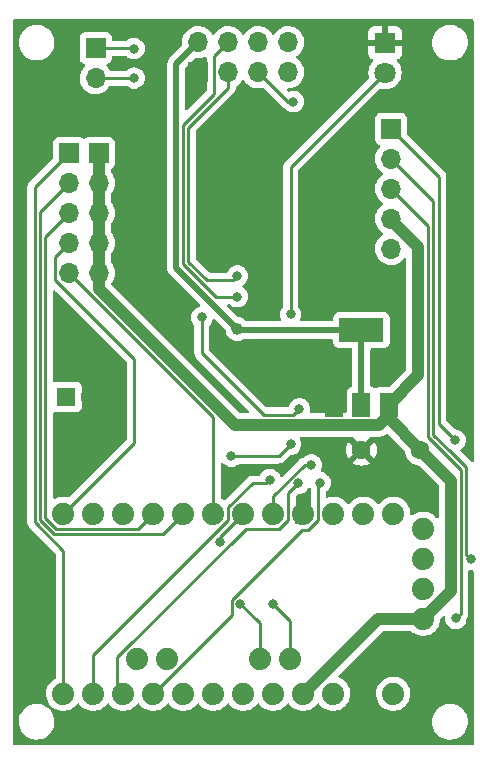
<source format=gbr>
%TF.GenerationSoftware,KiCad,Pcbnew,(6.0.8)*%
%TF.CreationDate,2022-11-21T10:59:58-06:00*%
%TF.ProjectId,Receiver,52656365-6976-4657-922e-6b696361645f,rev?*%
%TF.SameCoordinates,Original*%
%TF.FileFunction,Copper,L1,Top*%
%TF.FilePolarity,Positive*%
%FSLAX46Y46*%
G04 Gerber Fmt 4.6, Leading zero omitted, Abs format (unit mm)*
G04 Created by KiCad (PCBNEW (6.0.8)) date 2022-11-21 10:59:58*
%MOMM*%
%LPD*%
G01*
G04 APERTURE LIST*
%TA.AperFunction,ComponentPad*%
%ADD10R,1.800000X1.800000*%
%TD*%
%TA.AperFunction,ComponentPad*%
%ADD11C,1.800000*%
%TD*%
%TA.AperFunction,ComponentPad*%
%ADD12R,1.700000X1.700000*%
%TD*%
%TA.AperFunction,ComponentPad*%
%ADD13O,1.700000X1.700000*%
%TD*%
%TA.AperFunction,SMDPad,CuDef*%
%ADD14R,1.500000X2.000000*%
%TD*%
%TA.AperFunction,SMDPad,CuDef*%
%ADD15R,3.800000X2.000000*%
%TD*%
%TA.AperFunction,ComponentPad*%
%ADD16C,1.879600*%
%TD*%
%TA.AperFunction,ComponentPad*%
%ADD17R,1.600000X1.600000*%
%TD*%
%TA.AperFunction,ComponentPad*%
%ADD18C,1.600000*%
%TD*%
%TA.AperFunction,ViaPad*%
%ADD19C,1.000000*%
%TD*%
%TA.AperFunction,ViaPad*%
%ADD20C,0.800000*%
%TD*%
%TA.AperFunction,Conductor*%
%ADD21C,1.000000*%
%TD*%
%TA.AperFunction,Conductor*%
%ADD22C,0.500000*%
%TD*%
%TA.AperFunction,Conductor*%
%ADD23C,0.250000*%
%TD*%
G04 APERTURE END LIST*
D10*
%TO.P,D1,1,K*%
%TO.N,GND*%
X161000000Y-81500000D03*
D11*
%TO.P,D1,2,A*%
%TO.N,Net-(U1-PadJP7_3)*%
X161000000Y-84040000D03*
%TD*%
D12*
%TO.P,J6,1,Pin_1*%
%TO.N,DTR*%
X161500000Y-88800000D03*
D13*
%TO.P,J6,2,Pin_2*%
%TO.N,TXO*%
X161500000Y-91340000D03*
%TO.P,J6,3,Pin_3*%
%TO.N,RXI*%
X161500000Y-93880000D03*
%TO.P,J6,4,Pin_4*%
%TO.N,5V*%
X161500000Y-96420000D03*
%TO.P,J6,5,Pin_5*%
%TO.N,unconnected-(J6-Pad5)*%
X161500000Y-98960000D03*
%TO.P,J6,6,Pin_6*%
%TO.N,GND*%
X161500000Y-101500000D03*
%TD*%
D14*
%TO.P,U2,1,GND*%
%TO.N,GND*%
X156700000Y-112150000D03*
%TO.P,U2,2,VO*%
%TO.N,3.3V*%
X159000000Y-112150000D03*
D15*
X159000000Y-105850000D03*
D14*
%TO.P,U2,3,VI*%
%TO.N,5V*%
X161300000Y-112150000D03*
%TD*%
D12*
%TO.P,J4,1,Pin_1*%
%TO.N,SCL*%
X136500000Y-81960000D03*
D13*
%TO.P,J4,2,Pin_2*%
%TO.N,SDA*%
X136500000Y-84500000D03*
%TD*%
D12*
%TO.P,J2,1,Pin_1*%
%TO.N,5V*%
X136790000Y-90840000D03*
D13*
%TO.P,J2,2,Pin_2*%
X136790000Y-93380000D03*
%TO.P,J2,3,Pin_3*%
X136790000Y-95920000D03*
%TO.P,J2,4,Pin_4*%
X136790000Y-98460000D03*
%TO.P,J2,5,Pin_5*%
X136790000Y-101000000D03*
%TD*%
D12*
%TO.P,J1,1,Pin_1*%
%TO.N,PWM0*%
X134250000Y-90840000D03*
D13*
%TO.P,J1,2,Pin_2*%
%TO.N,PWM1*%
X134250000Y-93380000D03*
%TO.P,J1,3,Pin_3*%
%TO.N,PWM2*%
X134250000Y-95920000D03*
%TO.P,J1,4,Pin_4*%
%TO.N,PWM3*%
X134250000Y-98460000D03*
%TO.P,J1,5,Pin_5*%
%TO.N,D*%
X134250000Y-101000000D03*
%TD*%
D16*
%TO.P,U1,JP1_1,GND*%
%TO.N,GND*%
X164240000Y-135350000D03*
%TO.P,U1,JP1_2,GND*%
X164240000Y-132810000D03*
%TO.P,U1,JP1_3,VCC*%
%TO.N,5V*%
X164240000Y-130270000D03*
%TO.P,U1,JP1_4,RXI*%
%TO.N,RXI*%
X164240000Y-127730000D03*
%TO.P,U1,JP1_5,TXO*%
%TO.N,TXO*%
X164240000Y-125190000D03*
%TO.P,U1,JP1_6,DTR*%
%TO.N,DTR*%
X164240000Y-122650000D03*
%TO.P,U1,JP2_1,A4*%
%TO.N,SDA*%
X150397000Y-133699000D03*
%TO.P,U1,JP2_2,A5*%
%TO.N,SCL*%
X152937000Y-133699000D03*
%TO.P,U1,JP3_1,A6*%
%TO.N,unconnected-(U1-PadJP3_1)*%
X139983000Y-133699000D03*
%TO.P,U1,JP3_2,A7*%
%TO.N,unconnected-(U1-PadJP3_2)*%
X142523000Y-133699000D03*
%TO.P,U1,JP6_1,RAW*%
%TO.N,unconnected-(U1-PadJP6_1)*%
X161700000Y-136620000D03*
%TO.P,U1,JP6_2,GND_1*%
%TO.N,GND*%
X159160000Y-136620000D03*
%TO.P,U1,JP6_3,RST_1*%
%TO.N,unconnected-(U1-PadJP6_3)*%
X156620000Y-136620000D03*
%TO.P,U1,JP6_4,VCC_1*%
%TO.N,5V*%
X154080000Y-136620000D03*
%TO.P,U1,JP6_5,A3*%
%TO.N,unconnected-(U1-PadJP6_5)*%
X151540000Y-136620000D03*
%TO.P,U1,JP6_6,A2*%
%TO.N,unconnected-(U1-PadJP6_6)*%
X149000000Y-136620000D03*
%TO.P,U1,JP6_7,A1*%
%TO.N,unconnected-(U1-PadJP6_7)*%
X146460000Y-136620000D03*
%TO.P,U1,JP6_8,A0*%
%TO.N,unconnected-(U1-PadJP6_8)*%
X143920000Y-136620000D03*
%TO.P,U1,JP6_9,SCK*%
%TO.N,SCK*%
X141380000Y-136620000D03*
%TO.P,U1,JP6_10,MISO*%
%TO.N,MISO*%
X138840000Y-136620000D03*
%TO.P,U1,JP6_11,MOSI*%
%TO.N,MOSI*%
X136300000Y-136620000D03*
%TO.P,U1,JP6_12,D10*%
%TO.N,PWM0*%
X133760000Y-136620000D03*
%TO.P,U1,JP7_1,D9*%
%TO.N,PWM3*%
X133760000Y-121380000D03*
%TO.P,U1,JP7_2,D8*%
%TO.N,unconnected-(U1-PadJP7_2)*%
X136300000Y-121380000D03*
%TO.P,U1,JP7_3,D7*%
%TO.N,Net-(U1-PadJP7_3)*%
X138840000Y-121380000D03*
%TO.P,U1,JP7_4,D6*%
%TO.N,PWM2*%
X141380000Y-121380000D03*
%TO.P,U1,JP7_5,D5*%
%TO.N,PWM1*%
X143920000Y-121380000D03*
%TO.P,U1,JP7_6,D4*%
%TO.N,D*%
X146460000Y-121380000D03*
%TO.P,U1,JP7_7,D3*%
%TO.N,CE*%
X149000000Y-121380000D03*
%TO.P,U1,JP7_8,D2*%
%TO.N,CSN*%
X151540000Y-121380000D03*
%TO.P,U1,JP7_9,GND_2*%
%TO.N,GND*%
X154080000Y-121380000D03*
%TO.P,U1,JP7_10,RST_2*%
%TO.N,unconnected-(U1-PadJP7_10)*%
X156620000Y-121380000D03*
%TO.P,U1,JP7_11,RXI_2*%
%TO.N,unconnected-(U1-PadJP7_11)*%
X159160000Y-121380000D03*
%TO.P,U1,JP7_12,TXO_2*%
%TO.N,unconnected-(U1-PadJP7_12)*%
X161700000Y-121380000D03*
%TD*%
D17*
%TO.P,C2,1*%
%TO.N,3.3V*%
X134000000Y-111500000D03*
D18*
%TO.P,C2,2*%
%TO.N,GND*%
X136000000Y-111500000D03*
%TD*%
%TO.P,C1,1*%
%TO.N,5V*%
X164000000Y-116000000D03*
%TO.P,C1,2*%
%TO.N,GND*%
X159000000Y-116000000D03*
%TD*%
D12*
%TO.P,J3,1,Pin_1*%
%TO.N,GND*%
X139330000Y-90840000D03*
D13*
%TO.P,J3,2,Pin_2*%
X139330000Y-93380000D03*
%TO.P,J3,3,Pin_3*%
X139330000Y-95920000D03*
%TO.P,J3,4,Pin_4*%
X139330000Y-98460000D03*
%TO.P,J3,5,Pin_5*%
X139330000Y-101000000D03*
%TD*%
D12*
%TO.P,J5,1,Pin_1*%
%TO.N,GND*%
X145190000Y-84000000D03*
D13*
%TO.P,J5,2,Pin_2*%
%TO.N,3.3V*%
X145190000Y-81460000D03*
%TO.P,J5,3,Pin_3*%
%TO.N,CE*%
X147730000Y-84000000D03*
%TO.P,J5,4,Pin_4*%
%TO.N,CSN*%
X147730000Y-81460000D03*
%TO.P,J5,5,Pin_5*%
%TO.N,SCK*%
X150270000Y-84000000D03*
%TO.P,J5,6,Pin_6*%
%TO.N,MOSI*%
X150270000Y-81460000D03*
%TO.P,J5,7,Pin_7*%
%TO.N,MISO*%
X152810000Y-84000000D03*
%TO.P,J5,8,Pin_8*%
%TO.N,unconnected-(J5-Pad8)*%
X152810000Y-81460000D03*
%TD*%
D19*
%TO.N,GND*%
X154500000Y-111250000D03*
X157000000Y-116000000D03*
%TO.N,3.3V*%
X148500000Y-105750000D03*
D20*
%TO.N,SCL*%
X151500000Y-129000000D03*
X139750000Y-82000000D03*
%TO.N,SDA*%
X139750000Y-84500000D03*
X148750000Y-129000000D03*
%TO.N,CE*%
X147000000Y-123750000D03*
X148500000Y-101250000D03*
%TO.N,SCK*%
X153250000Y-86500000D03*
X155500000Y-118750000D03*
%TO.N,MISO*%
X153670000Y-118800000D03*
%TO.N,MOSI*%
X151250000Y-118500000D03*
%TO.N,CSN*%
X153750000Y-112500000D03*
X145500000Y-104750000D03*
X148500000Y-103000000D03*
X154750000Y-117250000D03*
%TO.N,DTR*%
X166925000Y-115150000D03*
%TO.N,TXO*%
X168250000Y-125250000D03*
%TO.N,RXI*%
X167000000Y-130250000D03*
%TO.N,Net-(U1-PadJP7_3)*%
X153000000Y-104500000D03*
X148000000Y-116500000D03*
X153000000Y-115500000D03*
%TD*%
D21*
%TO.N,5V*%
X161300000Y-112150000D02*
X163822103Y-109627897D01*
X163822103Y-98822103D02*
X161500000Y-96500000D01*
X163822103Y-109627897D02*
X163822103Y-98822103D01*
X136790000Y-101000000D02*
X136790000Y-98460000D01*
X161300000Y-113300000D02*
X164000000Y-116000000D01*
X166576731Y-127933269D02*
X164240000Y-130270000D01*
X136790000Y-98460000D02*
X136790000Y-95920000D01*
X148266726Y-113850000D02*
X160450000Y-113850000D01*
X161300000Y-112150000D02*
X161300000Y-113300000D01*
X160430000Y-130270000D02*
X164240000Y-130270000D01*
X136790000Y-95920000D02*
X136790000Y-93380000D01*
X136790000Y-93380000D02*
X136790000Y-90840000D01*
X160450000Y-113850000D02*
X161300000Y-113000000D01*
X136790000Y-102373274D02*
X148266726Y-113850000D01*
X166576731Y-118576731D02*
X166576731Y-127933269D01*
X161300000Y-113000000D02*
X161300000Y-112150000D01*
X154080000Y-136620000D02*
X160430000Y-130270000D01*
X166576731Y-118576731D02*
X164000000Y-116000000D01*
X136790000Y-101000000D02*
X136790000Y-102373274D01*
D22*
%TO.N,3.3V*%
X148600000Y-105850000D02*
X159000000Y-105850000D01*
X145190000Y-81460000D02*
X143325003Y-83324997D01*
X143325003Y-83324997D02*
X143325003Y-100575003D01*
X148500000Y-105750000D02*
X148600000Y-105850000D01*
X159000000Y-105850000D02*
X159000000Y-112150000D01*
X143325003Y-100575003D02*
X148500000Y-105750000D01*
D23*
%TO.N,PWM0*%
X133760000Y-124532792D02*
X133760000Y-136620000D01*
X131350000Y-93740000D02*
X131350000Y-122122792D01*
X134250000Y-90840000D02*
X131350000Y-93740000D01*
X131350000Y-122122792D02*
X133760000Y-124532792D01*
%TO.N,PWM1*%
X142205200Y-123094800D02*
X143920000Y-121380000D01*
X134250000Y-93380000D02*
X131800000Y-95830000D01*
X131800000Y-121936396D02*
X132958404Y-123094800D01*
X131800000Y-95830000D02*
X131800000Y-121936396D01*
X132958404Y-123094800D02*
X142205200Y-123094800D01*
%TO.N,PWM2*%
X140115200Y-122644800D02*
X133144800Y-122644800D01*
X141380000Y-121380000D02*
X140115200Y-122644800D01*
X132250000Y-121750000D02*
X132250000Y-97920000D01*
X132250000Y-97920000D02*
X134250000Y-95920000D01*
X133144800Y-122644800D02*
X132250000Y-121750000D01*
%TO.N,PWM3*%
X134250000Y-98460000D02*
X133075000Y-99635000D01*
X139750000Y-115390000D02*
X133760000Y-121380000D01*
X139750000Y-108250000D02*
X139750000Y-115390000D01*
X133075000Y-101575000D02*
X139750000Y-108250000D01*
X133075000Y-99635000D02*
X133075000Y-101575000D01*
%TO.N,D*%
X146460000Y-113210000D02*
X146460000Y-121380000D01*
X134250000Y-101000000D02*
X146460000Y-113210000D01*
%TO.N,SCL*%
X152937000Y-133699000D02*
X152937000Y-130437000D01*
X139710000Y-81960000D02*
X136500000Y-81960000D01*
X139750000Y-82000000D02*
X139710000Y-81960000D01*
X152937000Y-130437000D02*
X151500000Y-129000000D01*
%TO.N,SDA*%
X150250000Y-130500000D02*
X148750000Y-129000000D01*
X150397000Y-130647000D02*
X150250000Y-130500000D01*
X136500000Y-84500000D02*
X139750000Y-84500000D01*
X150397000Y-133699000D02*
X150397000Y-130647000D01*
%TO.N,CE*%
X144350003Y-88686396D02*
X144350003Y-90250000D01*
X144350003Y-90250000D02*
X144350003Y-100063604D01*
X147730000Y-84000000D02*
X147730000Y-85306399D01*
X147000000Y-123380000D02*
X147000000Y-123750000D01*
X145268199Y-87768200D02*
X144350003Y-88686396D01*
X149000000Y-121380000D02*
X147000000Y-123380000D01*
X144350003Y-100063604D02*
X145893200Y-101606801D01*
X148143199Y-101606801D02*
X148500000Y-101250000D01*
X145893200Y-101606801D02*
X148143199Y-101606801D01*
X147730000Y-85306399D02*
X145268199Y-87768200D01*
%TO.N,SCK*%
X153250000Y-86500000D02*
X152770000Y-86500000D01*
X154498698Y-122750000D02*
X155344800Y-121903898D01*
X148025000Y-129985698D02*
X148025000Y-128699695D01*
X141380000Y-136620000D02*
X141390698Y-136620000D01*
X155344800Y-121903898D02*
X155344800Y-118905200D01*
X152770000Y-86500000D02*
X150270000Y-84000000D01*
X155344800Y-118905200D02*
X155500000Y-118750000D01*
X148025000Y-128699695D02*
X153974695Y-122750000D01*
X153974695Y-122750000D02*
X154498698Y-122750000D01*
X141390698Y-136620000D02*
X148025000Y-129985698D01*
%TO.N,MISO*%
X138840000Y-136620000D02*
X138331929Y-136111929D01*
X138331929Y-133508071D02*
X149195200Y-122644800D01*
X152063898Y-122644800D02*
X152804800Y-121903898D01*
X152804800Y-119665200D02*
X153670000Y-118800000D01*
X149195200Y-122644800D02*
X152063898Y-122644800D01*
X152804800Y-121903898D02*
X152804800Y-119665200D01*
X138331929Y-136111929D02*
X138331929Y-133508071D01*
%TO.N,MOSI*%
X147735200Y-121894800D02*
X147735200Y-120854800D01*
X150940000Y-118810000D02*
X151250000Y-118500000D01*
X147735200Y-120854800D02*
X149780000Y-118810000D01*
X149780000Y-118810000D02*
X150940000Y-118810000D01*
X136300000Y-136620000D02*
X136300000Y-133330000D01*
X136300000Y-133330000D02*
X147735200Y-121894800D01*
%TO.N,CSN*%
X153750000Y-112525000D02*
X153750000Y-112500000D01*
X143900003Y-88500000D02*
X143900003Y-100250000D01*
X154750000Y-117250000D02*
X154194695Y-117250000D01*
X154194695Y-117250000D02*
X151540000Y-119904695D01*
X145500000Y-107793274D02*
X145853363Y-108146637D01*
X153250000Y-113025000D02*
X153750000Y-112525000D01*
X143900003Y-100250000D02*
X146650003Y-103000000D01*
X146650003Y-103000000D02*
X148500000Y-103000000D01*
X147730000Y-81460000D02*
X146555000Y-82635000D01*
X150731726Y-113025000D02*
X153250000Y-113025000D01*
X151540000Y-119904695D02*
X151540000Y-121380000D01*
X145853363Y-108146637D02*
X150731726Y-113025000D01*
X146555000Y-82635000D02*
X146555000Y-85845003D01*
X146555000Y-85845003D02*
X143900003Y-88500000D01*
X145500000Y-104750000D02*
X145500000Y-107793274D01*
%TO.N,DTR*%
X165547103Y-113772103D02*
X166925000Y-115150000D01*
X165547103Y-96425000D02*
X165547103Y-112125000D01*
X165547103Y-112125000D02*
X165547103Y-113772103D01*
X161500000Y-88800000D02*
X165547103Y-92847103D01*
X165547103Y-92847103D02*
X165547103Y-96425000D01*
%TO.N,TXO*%
X165097103Y-97500000D02*
X165097103Y-114710707D01*
X165097103Y-114710707D02*
X166568198Y-116181802D01*
X165097103Y-94937103D02*
X165097103Y-97500000D01*
X167851731Y-117465335D02*
X167851731Y-124750000D01*
X161500000Y-91340000D02*
X165097103Y-94937103D01*
X167851731Y-124750000D02*
X167851731Y-124851731D01*
X167851731Y-124851731D02*
X168250000Y-125250000D01*
X166568198Y-116181802D02*
X167851731Y-117465335D01*
%TO.N,RXI*%
X167401731Y-129848269D02*
X167000000Y-130250000D01*
X166250000Y-116500000D02*
X167401731Y-117651731D01*
X167401731Y-117651731D02*
X167401731Y-129848269D01*
X164647103Y-100500000D02*
X164647103Y-105250000D01*
X161500000Y-93880000D02*
X164647103Y-97027103D01*
X164647103Y-105250000D02*
X164647103Y-114897103D01*
X164647103Y-97027103D02*
X164647103Y-100500000D01*
X164647103Y-114897103D02*
X166250000Y-116500000D01*
%TO.N,Net-(U1-PadJP7_3)*%
X153000000Y-92040000D02*
X153000000Y-104500000D01*
X152000000Y-116500000D02*
X148000000Y-116500000D01*
X161000000Y-84040000D02*
X153000000Y-92040000D01*
X153000000Y-115500000D02*
X152000000Y-116500000D01*
%TD*%
%TA.AperFunction,Conductor*%
%TO.N,GND*%
G36*
X168433621Y-79528502D02*
G01*
X168480114Y-79582158D01*
X168491500Y-79634500D01*
X168491500Y-116904655D01*
X168471498Y-116972776D01*
X168417842Y-117019269D01*
X168347568Y-117029373D01*
X168285171Y-117001729D01*
X168283113Y-117000026D01*
X168274357Y-116992057D01*
X167394362Y-116112061D01*
X167360338Y-116049751D01*
X167365403Y-115978935D01*
X167409398Y-115921032D01*
X167458072Y-115885668D01*
X167536253Y-115828866D01*
X167556259Y-115806647D01*
X167659621Y-115691852D01*
X167659622Y-115691851D01*
X167664040Y-115686944D01*
X167745445Y-115545947D01*
X167756223Y-115527279D01*
X167756224Y-115527278D01*
X167759527Y-115521556D01*
X167818542Y-115339928D01*
X167824248Y-115285644D01*
X167837814Y-115156565D01*
X167838504Y-115150000D01*
X167822994Y-115002432D01*
X167819232Y-114966635D01*
X167819232Y-114966633D01*
X167818542Y-114960072D01*
X167759527Y-114778444D01*
X167664040Y-114613056D01*
X167655222Y-114603262D01*
X167540675Y-114476045D01*
X167540674Y-114476044D01*
X167536253Y-114471134D01*
X167408620Y-114378403D01*
X167387094Y-114362763D01*
X167387093Y-114362762D01*
X167381752Y-114358882D01*
X167375724Y-114356198D01*
X167375722Y-114356197D01*
X167213319Y-114283891D01*
X167213318Y-114283891D01*
X167207288Y-114281206D01*
X167113887Y-114261353D01*
X167026944Y-114242872D01*
X167026939Y-114242872D01*
X167020487Y-114241500D01*
X166964595Y-114241500D01*
X166896474Y-114221498D01*
X166875499Y-114204595D01*
X166217507Y-113546602D01*
X166183482Y-113484290D01*
X166180603Y-113457507D01*
X166180603Y-92925870D01*
X166181130Y-92914687D01*
X166182805Y-92907194D01*
X166180665Y-92839103D01*
X166180603Y-92835146D01*
X166180603Y-92807247D01*
X166180099Y-92803256D01*
X166179166Y-92791414D01*
X166178026Y-92755139D01*
X166177777Y-92747214D01*
X166175565Y-92739600D01*
X166175564Y-92739595D01*
X166172126Y-92727762D01*
X166168115Y-92708398D01*
X166167249Y-92701538D01*
X166165577Y-92688306D01*
X166162660Y-92680939D01*
X166162659Y-92680934D01*
X166149301Y-92647195D01*
X166145457Y-92635968D01*
X166135333Y-92601125D01*
X166133121Y-92593510D01*
X166122810Y-92576075D01*
X166114115Y-92558327D01*
X166106655Y-92539486D01*
X166080667Y-92503716D01*
X166074151Y-92493796D01*
X166055683Y-92462568D01*
X166055681Y-92462565D01*
X166051645Y-92455741D01*
X166037324Y-92441420D01*
X166024483Y-92426386D01*
X166017234Y-92416409D01*
X166012575Y-92409996D01*
X165978498Y-92381805D01*
X165969719Y-92373815D01*
X162895405Y-89299500D01*
X162861379Y-89237188D01*
X162858500Y-89210405D01*
X162858500Y-87901866D01*
X162851745Y-87839684D01*
X162800615Y-87703295D01*
X162713261Y-87586739D01*
X162596705Y-87499385D01*
X162460316Y-87448255D01*
X162398134Y-87441500D01*
X160601866Y-87441500D01*
X160539684Y-87448255D01*
X160403295Y-87499385D01*
X160286739Y-87586739D01*
X160199385Y-87703295D01*
X160148255Y-87839684D01*
X160141500Y-87901866D01*
X160141500Y-89698134D01*
X160148255Y-89760316D01*
X160199385Y-89896705D01*
X160286739Y-90013261D01*
X160403295Y-90100615D01*
X160411704Y-90103767D01*
X160411705Y-90103768D01*
X160520451Y-90144535D01*
X160577216Y-90187176D01*
X160601916Y-90253738D01*
X160586709Y-90323087D01*
X160567316Y-90349568D01*
X160440629Y-90482138D01*
X160314743Y-90666680D01*
X160220688Y-90869305D01*
X160160989Y-91084570D01*
X160137251Y-91306695D01*
X160137548Y-91311848D01*
X160137548Y-91311851D01*
X160143011Y-91406590D01*
X160150110Y-91529715D01*
X160151247Y-91534761D01*
X160151248Y-91534767D01*
X160165420Y-91597651D01*
X160199222Y-91747639D01*
X160283266Y-91954616D01*
X160318501Y-92012114D01*
X160353897Y-92069875D01*
X160399987Y-92145088D01*
X160546250Y-92313938D01*
X160718126Y-92456632D01*
X160739129Y-92468905D01*
X160791445Y-92499476D01*
X160840169Y-92551114D01*
X160853240Y-92620897D01*
X160826509Y-92686669D01*
X160786055Y-92720027D01*
X160773607Y-92726507D01*
X160769474Y-92729610D01*
X160769471Y-92729612D01*
X160599100Y-92857530D01*
X160594965Y-92860635D01*
X160440629Y-93022138D01*
X160314743Y-93206680D01*
X160282167Y-93276859D01*
X160229131Y-93391117D01*
X160220688Y-93409305D01*
X160160989Y-93624570D01*
X160137251Y-93846695D01*
X160137548Y-93851848D01*
X160137548Y-93851851D01*
X160143011Y-93946590D01*
X160150110Y-94069715D01*
X160151247Y-94074761D01*
X160151248Y-94074767D01*
X160153110Y-94083028D01*
X160199222Y-94287639D01*
X160283266Y-94494616D01*
X160399987Y-94685088D01*
X160546250Y-94853938D01*
X160718126Y-94996632D01*
X160739129Y-95008905D01*
X160791445Y-95039476D01*
X160840169Y-95091114D01*
X160853240Y-95160897D01*
X160826509Y-95226669D01*
X160786055Y-95260027D01*
X160773607Y-95266507D01*
X160769474Y-95269610D01*
X160769471Y-95269612D01*
X160754850Y-95280590D01*
X160594965Y-95400635D01*
X160440629Y-95562138D01*
X160314743Y-95746680D01*
X160282167Y-95816859D01*
X160235848Y-95916646D01*
X160220688Y-95949305D01*
X160160989Y-96164570D01*
X160137251Y-96386695D01*
X160137548Y-96391848D01*
X160137548Y-96391851D01*
X160145780Y-96534616D01*
X160150110Y-96609715D01*
X160151247Y-96614761D01*
X160151248Y-96614767D01*
X160175119Y-96720688D01*
X160199222Y-96827639D01*
X160283266Y-97034616D01*
X160399987Y-97225088D01*
X160546250Y-97393938D01*
X160718126Y-97536632D01*
X160739129Y-97548905D01*
X160791445Y-97579476D01*
X160840169Y-97631114D01*
X160853240Y-97700897D01*
X160826509Y-97766669D01*
X160786055Y-97800027D01*
X160773607Y-97806507D01*
X160769474Y-97809610D01*
X160769471Y-97809612D01*
X160754850Y-97820590D01*
X160594965Y-97940635D01*
X160440629Y-98102138D01*
X160314743Y-98286680D01*
X160312564Y-98291375D01*
X160235848Y-98456646D01*
X160220688Y-98489305D01*
X160160989Y-98704570D01*
X160137251Y-98926695D01*
X160137548Y-98931848D01*
X160137548Y-98931851D01*
X160139543Y-98966453D01*
X160150110Y-99149715D01*
X160151247Y-99154761D01*
X160151248Y-99154767D01*
X160153110Y-99163028D01*
X160199222Y-99367639D01*
X160283266Y-99574616D01*
X160285965Y-99579020D01*
X160377095Y-99727731D01*
X160399987Y-99765088D01*
X160546250Y-99933938D01*
X160718126Y-100076632D01*
X160911000Y-100189338D01*
X161119692Y-100269030D01*
X161124760Y-100270061D01*
X161124763Y-100270062D01*
X161232017Y-100291883D01*
X161338597Y-100313567D01*
X161343772Y-100313757D01*
X161343774Y-100313757D01*
X161556673Y-100321564D01*
X161556677Y-100321564D01*
X161561837Y-100321753D01*
X161566957Y-100321097D01*
X161566959Y-100321097D01*
X161778288Y-100294025D01*
X161778289Y-100294025D01*
X161783416Y-100293368D01*
X161788366Y-100291883D01*
X161992429Y-100230661D01*
X161992434Y-100230659D01*
X161997384Y-100229174D01*
X162197994Y-100130896D01*
X162379860Y-100001173D01*
X162538096Y-99843489D01*
X162541966Y-99838104D01*
X162585280Y-99777825D01*
X162641275Y-99734177D01*
X162711978Y-99727731D01*
X162774942Y-99760534D01*
X162810177Y-99822170D01*
X162813603Y-99851351D01*
X162813603Y-109157972D01*
X162793601Y-109226093D01*
X162776698Y-109247067D01*
X161419171Y-110604595D01*
X161356859Y-110638620D01*
X161330076Y-110641500D01*
X160501866Y-110641500D01*
X160439684Y-110648255D01*
X160303295Y-110699385D01*
X160296110Y-110704770D01*
X160296108Y-110704771D01*
X160225565Y-110757640D01*
X160159058Y-110782488D01*
X160089676Y-110767435D01*
X160074435Y-110757640D01*
X160003892Y-110704771D01*
X160003890Y-110704770D01*
X159996705Y-110699385D01*
X159982022Y-110693880D01*
X159867714Y-110651028D01*
X159867711Y-110651027D01*
X159860316Y-110648255D01*
X159854547Y-110647628D01*
X159793709Y-110612874D01*
X159760887Y-110549919D01*
X159758500Y-110525507D01*
X159758500Y-107484500D01*
X159778502Y-107416379D01*
X159832158Y-107369886D01*
X159884500Y-107358500D01*
X160948134Y-107358500D01*
X161010316Y-107351745D01*
X161146705Y-107300615D01*
X161263261Y-107213261D01*
X161350615Y-107096705D01*
X161401745Y-106960316D01*
X161408500Y-106898134D01*
X161408500Y-104801866D01*
X161401745Y-104739684D01*
X161350615Y-104603295D01*
X161263261Y-104486739D01*
X161146705Y-104399385D01*
X161010316Y-104348255D01*
X160948134Y-104341500D01*
X157051866Y-104341500D01*
X156989684Y-104348255D01*
X156853295Y-104399385D01*
X156736739Y-104486739D01*
X156649385Y-104603295D01*
X156598255Y-104739684D01*
X156591500Y-104801866D01*
X156591500Y-104965500D01*
X156571498Y-105033621D01*
X156517842Y-105080114D01*
X156465500Y-105091500D01*
X153925780Y-105091500D01*
X153857659Y-105071498D01*
X153811166Y-105017842D01*
X153801062Y-104947568D01*
X153816662Y-104902499D01*
X153831222Y-104877281D01*
X153831223Y-104877278D01*
X153834527Y-104871556D01*
X153893542Y-104689928D01*
X153902648Y-104603295D01*
X153912814Y-104506565D01*
X153913504Y-104500000D01*
X153897555Y-104348255D01*
X153894232Y-104316635D01*
X153894232Y-104316633D01*
X153893542Y-104310072D01*
X153834527Y-104128444D01*
X153739040Y-103963056D01*
X153665863Y-103881785D01*
X153635147Y-103817779D01*
X153633500Y-103797476D01*
X153633500Y-92354594D01*
X153653502Y-92286473D01*
X153670405Y-92265499D01*
X160502148Y-85433756D01*
X160564460Y-85399730D01*
X160616363Y-85399380D01*
X160722414Y-85420956D01*
X160832656Y-85443385D01*
X160963324Y-85448176D01*
X161058949Y-85451683D01*
X161058953Y-85451683D01*
X161064113Y-85451872D01*
X161069233Y-85451216D01*
X161069235Y-85451216D01*
X161149918Y-85440880D01*
X161293847Y-85422442D01*
X161298795Y-85420957D01*
X161298802Y-85420956D01*
X161510747Y-85357369D01*
X161515690Y-85355886D01*
X161520424Y-85353567D01*
X161719049Y-85256262D01*
X161719052Y-85256260D01*
X161723684Y-85253991D01*
X161912243Y-85119494D01*
X162076303Y-84956005D01*
X162211458Y-84767917D01*
X162250003Y-84689928D01*
X162311784Y-84564922D01*
X162311785Y-84564920D01*
X162314078Y-84560280D01*
X162381408Y-84338671D01*
X162411640Y-84109041D01*
X162413327Y-84040000D01*
X162398697Y-83862051D01*
X162394773Y-83814318D01*
X162394772Y-83814312D01*
X162394349Y-83809167D01*
X162353468Y-83646411D01*
X162339184Y-83589544D01*
X162339183Y-83589540D01*
X162337925Y-83584533D01*
X162327563Y-83560702D01*
X162247630Y-83376868D01*
X162247628Y-83376865D01*
X162245570Y-83372131D01*
X162119764Y-83177665D01*
X162109224Y-83166081D01*
X162029486Y-83078451D01*
X161998434Y-83014605D01*
X162006829Y-82944106D01*
X162052005Y-82889338D01*
X162078449Y-82875669D01*
X162138054Y-82853324D01*
X162153649Y-82844786D01*
X162255724Y-82768285D01*
X162268285Y-82755724D01*
X162344786Y-82653649D01*
X162353324Y-82638054D01*
X162398478Y-82517606D01*
X162402105Y-82502351D01*
X162407631Y-82451486D01*
X162408000Y-82444672D01*
X162408000Y-81772115D01*
X162403525Y-81756876D01*
X162402135Y-81755671D01*
X162394452Y-81754000D01*
X159610116Y-81754000D01*
X159594877Y-81758475D01*
X159593672Y-81759865D01*
X159592001Y-81767548D01*
X159592001Y-82444669D01*
X159592371Y-82451490D01*
X159597895Y-82502352D01*
X159601521Y-82517604D01*
X159646676Y-82638054D01*
X159655214Y-82653649D01*
X159731715Y-82755724D01*
X159744276Y-82768285D01*
X159846351Y-82844786D01*
X159861946Y-82853324D01*
X159921540Y-82875665D01*
X159978304Y-82918307D01*
X160003004Y-82984868D01*
X159987796Y-83054217D01*
X159968404Y-83080698D01*
X159945719Y-83104437D01*
X159901639Y-83150564D01*
X159898725Y-83154836D01*
X159898724Y-83154837D01*
X159830241Y-83255229D01*
X159771119Y-83341899D01*
X159673602Y-83551981D01*
X159611707Y-83775169D01*
X159587095Y-84005469D01*
X159587392Y-84010622D01*
X159587392Y-84010625D01*
X159593067Y-84109041D01*
X159600427Y-84236697D01*
X159601564Y-84241743D01*
X159601565Y-84241749D01*
X159641623Y-84419498D01*
X159637087Y-84490350D01*
X159607801Y-84536294D01*
X152607747Y-91536348D01*
X152599461Y-91543888D01*
X152592982Y-91548000D01*
X152587557Y-91553777D01*
X152546357Y-91597651D01*
X152543602Y-91600493D01*
X152523865Y-91620230D01*
X152521385Y-91623427D01*
X152513682Y-91632447D01*
X152483414Y-91664679D01*
X152479595Y-91671625D01*
X152479593Y-91671628D01*
X152473652Y-91682434D01*
X152462801Y-91698953D01*
X152450386Y-91714959D01*
X152447241Y-91722228D01*
X152447238Y-91722232D01*
X152432826Y-91755537D01*
X152427609Y-91766187D01*
X152406305Y-91804940D01*
X152404334Y-91812615D01*
X152404334Y-91812616D01*
X152401267Y-91824562D01*
X152394863Y-91843266D01*
X152386819Y-91861855D01*
X152385580Y-91869678D01*
X152385577Y-91869688D01*
X152379901Y-91905524D01*
X152377495Y-91917144D01*
X152366500Y-91959970D01*
X152366500Y-91980224D01*
X152364949Y-91999934D01*
X152361780Y-92019943D01*
X152362526Y-92027835D01*
X152365941Y-92063961D01*
X152366500Y-92075819D01*
X152366500Y-103797476D01*
X152346498Y-103865597D01*
X152334142Y-103881779D01*
X152260960Y-103963056D01*
X152165473Y-104128444D01*
X152106458Y-104310072D01*
X152105768Y-104316633D01*
X152105768Y-104316635D01*
X152102445Y-104348255D01*
X152086496Y-104500000D01*
X152087186Y-104506565D01*
X152097353Y-104603295D01*
X152106458Y-104689928D01*
X152165473Y-104871556D01*
X152168777Y-104877278D01*
X152168778Y-104877281D01*
X152183338Y-104902499D01*
X152200077Y-104971494D01*
X152176857Y-105038586D01*
X152121051Y-105082474D01*
X152074220Y-105091500D01*
X149324209Y-105091500D01*
X149256088Y-105071498D01*
X149226567Y-105045136D01*
X149222960Y-105040713D01*
X149222956Y-105040709D01*
X149219065Y-105035938D01*
X149074658Y-104916474D01*
X149071425Y-104913799D01*
X149071421Y-104913797D01*
X149066675Y-104909870D01*
X148892701Y-104815802D01*
X148703768Y-104757318D01*
X148697646Y-104756675D01*
X148697643Y-104756674D01*
X148652878Y-104751969D01*
X148609836Y-104747446D01*
X148544180Y-104720433D01*
X148533912Y-104711231D01*
X147671276Y-103848595D01*
X147637250Y-103786283D01*
X147642315Y-103715468D01*
X147684862Y-103658632D01*
X147751382Y-103633821D01*
X147760371Y-103633500D01*
X147791800Y-103633500D01*
X147859921Y-103653502D01*
X147879147Y-103669843D01*
X147879420Y-103669540D01*
X147884332Y-103673963D01*
X147888747Y-103678866D01*
X148043248Y-103791118D01*
X148049276Y-103793802D01*
X148049278Y-103793803D01*
X148169507Y-103847332D01*
X148217712Y-103868794D01*
X148311112Y-103888647D01*
X148398056Y-103907128D01*
X148398061Y-103907128D01*
X148404513Y-103908500D01*
X148595487Y-103908500D01*
X148601939Y-103907128D01*
X148601944Y-103907128D01*
X148688887Y-103888647D01*
X148782288Y-103868794D01*
X148830493Y-103847332D01*
X148950722Y-103793803D01*
X148950724Y-103793802D01*
X148956752Y-103791118D01*
X149111253Y-103678866D01*
X149239040Y-103536944D01*
X149334527Y-103371556D01*
X149393542Y-103189928D01*
X149413504Y-103000000D01*
X149393542Y-102810072D01*
X149334527Y-102628444D01*
X149239040Y-102463056D01*
X149111253Y-102321134D01*
X148981601Y-102226936D01*
X148938247Y-102170714D01*
X148932172Y-102099977D01*
X148965304Y-102037186D01*
X148981601Y-102023064D01*
X149105909Y-101932749D01*
X149105911Y-101932747D01*
X149111253Y-101928866D01*
X149239040Y-101786944D01*
X149334527Y-101621556D01*
X149393542Y-101439928D01*
X149413504Y-101250000D01*
X149393542Y-101060072D01*
X149334527Y-100878444D01*
X149239040Y-100713056D01*
X149183962Y-100651885D01*
X149115675Y-100576045D01*
X149115674Y-100576044D01*
X149111253Y-100571134D01*
X148956752Y-100458882D01*
X148950724Y-100456198D01*
X148950722Y-100456197D01*
X148788319Y-100383891D01*
X148788318Y-100383891D01*
X148782288Y-100381206D01*
X148685298Y-100360590D01*
X148601944Y-100342872D01*
X148601939Y-100342872D01*
X148595487Y-100341500D01*
X148404513Y-100341500D01*
X148398061Y-100342872D01*
X148398056Y-100342872D01*
X148314702Y-100360590D01*
X148217712Y-100381206D01*
X148211682Y-100383891D01*
X148211681Y-100383891D01*
X148049278Y-100456197D01*
X148049276Y-100456198D01*
X148043248Y-100458882D01*
X147888747Y-100571134D01*
X147884326Y-100576044D01*
X147884325Y-100576045D01*
X147816039Y-100651885D01*
X147760960Y-100713056D01*
X147665473Y-100878444D01*
X147662941Y-100886238D01*
X147662420Y-100886999D01*
X147660747Y-100890757D01*
X147660060Y-100890451D01*
X147622869Y-100944842D01*
X147557472Y-100972480D01*
X147543108Y-100973301D01*
X146207794Y-100973301D01*
X146139673Y-100953299D01*
X146118699Y-100936396D01*
X145020408Y-99838104D01*
X144986382Y-99775792D01*
X144983503Y-99749009D01*
X144983503Y-89000990D01*
X145003505Y-88932869D01*
X145020408Y-88911895D01*
X148122247Y-85810056D01*
X148130537Y-85802512D01*
X148137018Y-85798399D01*
X148163066Y-85770661D01*
X148183658Y-85748732D01*
X148186413Y-85745890D01*
X148206134Y-85726169D01*
X148208612Y-85722974D01*
X148216318Y-85713952D01*
X148241158Y-85687500D01*
X148246586Y-85681720D01*
X148256346Y-85663967D01*
X148267199Y-85647444D01*
X148274753Y-85637705D01*
X148279613Y-85631440D01*
X148297176Y-85590856D01*
X148302383Y-85580226D01*
X148323695Y-85541459D01*
X148325666Y-85533782D01*
X148325668Y-85533777D01*
X148328732Y-85521841D01*
X148335138Y-85503129D01*
X148340034Y-85491816D01*
X148343181Y-85484544D01*
X148350097Y-85440880D01*
X148352504Y-85429259D01*
X148361528Y-85394110D01*
X148361528Y-85394109D01*
X148363500Y-85386429D01*
X148363500Y-85366168D01*
X148365051Y-85346457D01*
X148366979Y-85334284D01*
X148368219Y-85326456D01*
X148364939Y-85291758D01*
X148378441Y-85222059D01*
X148425397Y-85172168D01*
X148427994Y-85170896D01*
X148609860Y-85041173D01*
X148768096Y-84883489D01*
X148898453Y-84702077D01*
X148899776Y-84703028D01*
X148946645Y-84659857D01*
X149016580Y-84647625D01*
X149082026Y-84675144D01*
X149109875Y-84706994D01*
X149169987Y-84805088D01*
X149316250Y-84973938D01*
X149488126Y-85116632D01*
X149681000Y-85229338D01*
X149889692Y-85309030D01*
X149894760Y-85310061D01*
X149894763Y-85310062D01*
X149975343Y-85326456D01*
X150108597Y-85353567D01*
X150113772Y-85353757D01*
X150113774Y-85353757D01*
X150326673Y-85361564D01*
X150326677Y-85361564D01*
X150331837Y-85361753D01*
X150336957Y-85361097D01*
X150336959Y-85361097D01*
X150548288Y-85334025D01*
X150548289Y-85334025D01*
X150553416Y-85333368D01*
X150558367Y-85331883D01*
X150558370Y-85331882D01*
X150599829Y-85319444D01*
X150670825Y-85319028D01*
X150725131Y-85351035D01*
X152266348Y-86892253D01*
X152273888Y-86900539D01*
X152278000Y-86907018D01*
X152283777Y-86912443D01*
X152327651Y-86953643D01*
X152330493Y-86956398D01*
X152350230Y-86976135D01*
X152353427Y-86978615D01*
X152362447Y-86986318D01*
X152394679Y-87016586D01*
X152401625Y-87020405D01*
X152401628Y-87020407D01*
X152412434Y-87026348D01*
X152428953Y-87037199D01*
X152444959Y-87049614D01*
X152452228Y-87052759D01*
X152452232Y-87052762D01*
X152485537Y-87067174D01*
X152496187Y-87072391D01*
X152534940Y-87093695D01*
X152542625Y-87095668D01*
X152548108Y-87097839D01*
X152595362Y-87130682D01*
X152638747Y-87178866D01*
X152793248Y-87291118D01*
X152799276Y-87293802D01*
X152799278Y-87293803D01*
X152961681Y-87366109D01*
X152967712Y-87368794D01*
X153061112Y-87388647D01*
X153148056Y-87407128D01*
X153148061Y-87407128D01*
X153154513Y-87408500D01*
X153345487Y-87408500D01*
X153351939Y-87407128D01*
X153351944Y-87407128D01*
X153438888Y-87388647D01*
X153532288Y-87368794D01*
X153538319Y-87366109D01*
X153700722Y-87293803D01*
X153700724Y-87293802D01*
X153706752Y-87291118D01*
X153861253Y-87178866D01*
X153961821Y-87067174D01*
X153984621Y-87041852D01*
X153984622Y-87041851D01*
X153989040Y-87036944D01*
X154084527Y-86871556D01*
X154143542Y-86689928D01*
X154163504Y-86500000D01*
X154143542Y-86310072D01*
X154084527Y-86128444D01*
X153989040Y-85963056D01*
X153897827Y-85861753D01*
X153865675Y-85826045D01*
X153865674Y-85826044D01*
X153861253Y-85821134D01*
X153731319Y-85726731D01*
X153712094Y-85712763D01*
X153712093Y-85712762D01*
X153706752Y-85708882D01*
X153700724Y-85706198D01*
X153700722Y-85706197D01*
X153538319Y-85633891D01*
X153538318Y-85633891D01*
X153532288Y-85631206D01*
X153438887Y-85611353D01*
X153351944Y-85592872D01*
X153351939Y-85592872D01*
X153345487Y-85591500D01*
X153154513Y-85591500D01*
X153148061Y-85592872D01*
X153148056Y-85592872D01*
X153061113Y-85611353D01*
X152967712Y-85631206D01*
X152961682Y-85633891D01*
X152961681Y-85633891D01*
X152928777Y-85648541D01*
X152858410Y-85657975D01*
X152794113Y-85627869D01*
X152788433Y-85622529D01*
X152741317Y-85575413D01*
X152707291Y-85513101D01*
X152712356Y-85442286D01*
X152754903Y-85385450D01*
X152821423Y-85360639D01*
X152835024Y-85360403D01*
X152850845Y-85360983D01*
X152866674Y-85361564D01*
X152866678Y-85361564D01*
X152871837Y-85361753D01*
X152876957Y-85361097D01*
X152876959Y-85361097D01*
X153088288Y-85334025D01*
X153088289Y-85334025D01*
X153093416Y-85333368D01*
X153116455Y-85326456D01*
X153302429Y-85270661D01*
X153302434Y-85270659D01*
X153307384Y-85269174D01*
X153507994Y-85170896D01*
X153689860Y-85041173D01*
X153848096Y-84883489D01*
X153978453Y-84702077D01*
X153984458Y-84689928D01*
X154075136Y-84506453D01*
X154075137Y-84506451D01*
X154077430Y-84501811D01*
X154142370Y-84288069D01*
X154171529Y-84066590D01*
X154171611Y-84063240D01*
X154173074Y-84003365D01*
X154173074Y-84003361D01*
X154173156Y-84000000D01*
X154154852Y-83777361D01*
X154100431Y-83560702D01*
X154011354Y-83355840D01*
X153898898Y-83182009D01*
X153892822Y-83172617D01*
X153892820Y-83172614D01*
X153890014Y-83168277D01*
X153739670Y-83003051D01*
X153735619Y-82999852D01*
X153735615Y-82999848D01*
X153568414Y-82867800D01*
X153568410Y-82867798D01*
X153564359Y-82864598D01*
X153523053Y-82841796D01*
X153473084Y-82791364D01*
X153458312Y-82721921D01*
X153483428Y-82655516D01*
X153510780Y-82628909D01*
X153560422Y-82593500D01*
X153689860Y-82501173D01*
X153848096Y-82343489D01*
X153978453Y-82162077D01*
X153982484Y-82153922D01*
X154075136Y-81966453D01*
X154075137Y-81966451D01*
X154077430Y-81961811D01*
X154126950Y-81798823D01*
X154140865Y-81753023D01*
X154140865Y-81753021D01*
X154142370Y-81748069D01*
X154168076Y-81552817D01*
X164987514Y-81552817D01*
X164988095Y-81557837D01*
X164988095Y-81557841D01*
X165011310Y-81758475D01*
X165015415Y-81793956D01*
X165016791Y-81798820D01*
X165016792Y-81798823D01*
X165058914Y-81947680D01*
X165081510Y-82027532D01*
X165083644Y-82032108D01*
X165083646Y-82032114D01*
X165181962Y-82242954D01*
X165184099Y-82247536D01*
X165320544Y-82448307D01*
X165487332Y-82624681D01*
X165491358Y-82627759D01*
X165491359Y-82627760D01*
X165676154Y-82769047D01*
X165676158Y-82769050D01*
X165680174Y-82772120D01*
X165684632Y-82774510D01*
X165684633Y-82774511D01*
X165818905Y-82846507D01*
X165894109Y-82886831D01*
X166123631Y-82965862D01*
X166222978Y-82983022D01*
X166358926Y-83006504D01*
X166358932Y-83006505D01*
X166362836Y-83007179D01*
X166366797Y-83007359D01*
X166366798Y-83007359D01*
X166390506Y-83008436D01*
X166390525Y-83008436D01*
X166391925Y-83008500D01*
X166561001Y-83008500D01*
X166563509Y-83008298D01*
X166563514Y-83008298D01*
X166736924Y-82994346D01*
X166736929Y-82994345D01*
X166741965Y-82993940D01*
X166746873Y-82992734D01*
X166746876Y-82992734D01*
X166972792Y-82937244D01*
X166977706Y-82936037D01*
X166982358Y-82934062D01*
X166982362Y-82934061D01*
X167142446Y-82866109D01*
X167201156Y-82841188D01*
X167307037Y-82774511D01*
X167402288Y-82714528D01*
X167402291Y-82714526D01*
X167406567Y-82711833D01*
X167475139Y-82651379D01*
X167584858Y-82554650D01*
X167584861Y-82554647D01*
X167588655Y-82551302D01*
X167629831Y-82501173D01*
X167739526Y-82367628D01*
X167739528Y-82367625D01*
X167742734Y-82363722D01*
X167864841Y-82153922D01*
X167882613Y-82107625D01*
X167950020Y-81932022D01*
X167950021Y-81932018D01*
X167951833Y-81927298D01*
X167976323Y-81810072D01*
X168000440Y-81694631D01*
X168000440Y-81694627D01*
X168001474Y-81689680D01*
X168012486Y-81447183D01*
X168010712Y-81431851D01*
X167985167Y-81211071D01*
X167985166Y-81211067D01*
X167984585Y-81206044D01*
X167952173Y-81091500D01*
X167919866Y-80977331D01*
X167918490Y-80972468D01*
X167916356Y-80967892D01*
X167916354Y-80967886D01*
X167818038Y-80757046D01*
X167818036Y-80757042D01*
X167815901Y-80752464D01*
X167679456Y-80551693D01*
X167512668Y-80375319D01*
X167495177Y-80361946D01*
X167323846Y-80230953D01*
X167323842Y-80230950D01*
X167319826Y-80227880D01*
X167303521Y-80219137D01*
X167110352Y-80115561D01*
X167105891Y-80113169D01*
X166876369Y-80034138D01*
X166777022Y-80016978D01*
X166641074Y-79993496D01*
X166641068Y-79993495D01*
X166637164Y-79992821D01*
X166633203Y-79992641D01*
X166633202Y-79992641D01*
X166609494Y-79991564D01*
X166609475Y-79991564D01*
X166608075Y-79991500D01*
X166438999Y-79991500D01*
X166436491Y-79991702D01*
X166436486Y-79991702D01*
X166263076Y-80005654D01*
X166263071Y-80005655D01*
X166258035Y-80006060D01*
X166253127Y-80007266D01*
X166253124Y-80007266D01*
X166137007Y-80035787D01*
X166022294Y-80063963D01*
X166017642Y-80065938D01*
X166017638Y-80065939D01*
X165930727Y-80102831D01*
X165798844Y-80158812D01*
X165794560Y-80161510D01*
X165597712Y-80285472D01*
X165597709Y-80285474D01*
X165593433Y-80288167D01*
X165589639Y-80291512D01*
X165415142Y-80445350D01*
X165415139Y-80445353D01*
X165411345Y-80448698D01*
X165408135Y-80452606D01*
X165408134Y-80452607D01*
X165266976Y-80624457D01*
X165257266Y-80636278D01*
X165240683Y-80664771D01*
X165155289Y-80811492D01*
X165135159Y-80846078D01*
X165133346Y-80850801D01*
X165052327Y-81061866D01*
X165048167Y-81072702D01*
X165047133Y-81077652D01*
X165047132Y-81077655D01*
X165010534Y-81252842D01*
X164998526Y-81310320D01*
X164987514Y-81552817D01*
X154168076Y-81552817D01*
X154171529Y-81526590D01*
X154173156Y-81460000D01*
X154154852Y-81237361D01*
X154152472Y-81227885D01*
X159592000Y-81227885D01*
X159596475Y-81243124D01*
X159597865Y-81244329D01*
X159605548Y-81246000D01*
X160727885Y-81246000D01*
X160743124Y-81241525D01*
X160744329Y-81240135D01*
X160746000Y-81232452D01*
X160746000Y-81227885D01*
X161254000Y-81227885D01*
X161258475Y-81243124D01*
X161259865Y-81244329D01*
X161267548Y-81246000D01*
X162389884Y-81246000D01*
X162405123Y-81241525D01*
X162406328Y-81240135D01*
X162407999Y-81232452D01*
X162407999Y-80555331D01*
X162407629Y-80548510D01*
X162402105Y-80497648D01*
X162398479Y-80482396D01*
X162353324Y-80361946D01*
X162344786Y-80346351D01*
X162268285Y-80244276D01*
X162255724Y-80231715D01*
X162153649Y-80155214D01*
X162138054Y-80146676D01*
X162017606Y-80101522D01*
X162002351Y-80097895D01*
X161951486Y-80092369D01*
X161944672Y-80092000D01*
X161272115Y-80092000D01*
X161256876Y-80096475D01*
X161255671Y-80097865D01*
X161254000Y-80105548D01*
X161254000Y-81227885D01*
X160746000Y-81227885D01*
X160746000Y-80110116D01*
X160741525Y-80094877D01*
X160740135Y-80093672D01*
X160732452Y-80092001D01*
X160055331Y-80092001D01*
X160048510Y-80092371D01*
X159997648Y-80097895D01*
X159982396Y-80101521D01*
X159861946Y-80146676D01*
X159846351Y-80155214D01*
X159744276Y-80231715D01*
X159731715Y-80244276D01*
X159655214Y-80346351D01*
X159646676Y-80361946D01*
X159601522Y-80482394D01*
X159597895Y-80497649D01*
X159592369Y-80548514D01*
X159592000Y-80555328D01*
X159592000Y-81227885D01*
X154152472Y-81227885D01*
X154100431Y-81020702D01*
X154011354Y-80815840D01*
X153890014Y-80628277D01*
X153739670Y-80463051D01*
X153735619Y-80459852D01*
X153735615Y-80459848D01*
X153568414Y-80327800D01*
X153568410Y-80327798D01*
X153564359Y-80324598D01*
X153368789Y-80216638D01*
X153363920Y-80214914D01*
X153363916Y-80214912D01*
X153163087Y-80143795D01*
X153163083Y-80143794D01*
X153158212Y-80142069D01*
X153153119Y-80141162D01*
X153153116Y-80141161D01*
X152943373Y-80103800D01*
X152943367Y-80103799D01*
X152938284Y-80102894D01*
X152864452Y-80101992D01*
X152720081Y-80100228D01*
X152720079Y-80100228D01*
X152714911Y-80100165D01*
X152494091Y-80133955D01*
X152281756Y-80203357D01*
X152083607Y-80306507D01*
X152079474Y-80309610D01*
X152079471Y-80309612D01*
X151909100Y-80437530D01*
X151904965Y-80440635D01*
X151750629Y-80602138D01*
X151643201Y-80759621D01*
X151588293Y-80804621D01*
X151517768Y-80812792D01*
X151454021Y-80781538D01*
X151433324Y-80757054D01*
X151352822Y-80632617D01*
X151352820Y-80632614D01*
X151350014Y-80628277D01*
X151199670Y-80463051D01*
X151195619Y-80459852D01*
X151195615Y-80459848D01*
X151028414Y-80327800D01*
X151028410Y-80327798D01*
X151024359Y-80324598D01*
X150828789Y-80216638D01*
X150823920Y-80214914D01*
X150823916Y-80214912D01*
X150623087Y-80143795D01*
X150623083Y-80143794D01*
X150618212Y-80142069D01*
X150613119Y-80141162D01*
X150613116Y-80141161D01*
X150403373Y-80103800D01*
X150403367Y-80103799D01*
X150398284Y-80102894D01*
X150324452Y-80101992D01*
X150180081Y-80100228D01*
X150180079Y-80100228D01*
X150174911Y-80100165D01*
X149954091Y-80133955D01*
X149741756Y-80203357D01*
X149543607Y-80306507D01*
X149539474Y-80309610D01*
X149539471Y-80309612D01*
X149369100Y-80437530D01*
X149364965Y-80440635D01*
X149210629Y-80602138D01*
X149103201Y-80759621D01*
X149048293Y-80804621D01*
X148977768Y-80812792D01*
X148914021Y-80781538D01*
X148893324Y-80757054D01*
X148812822Y-80632617D01*
X148812820Y-80632614D01*
X148810014Y-80628277D01*
X148659670Y-80463051D01*
X148655619Y-80459852D01*
X148655615Y-80459848D01*
X148488414Y-80327800D01*
X148488410Y-80327798D01*
X148484359Y-80324598D01*
X148288789Y-80216638D01*
X148283920Y-80214914D01*
X148283916Y-80214912D01*
X148083087Y-80143795D01*
X148083083Y-80143794D01*
X148078212Y-80142069D01*
X148073119Y-80141162D01*
X148073116Y-80141161D01*
X147863373Y-80103800D01*
X147863367Y-80103799D01*
X147858284Y-80102894D01*
X147784452Y-80101992D01*
X147640081Y-80100228D01*
X147640079Y-80100228D01*
X147634911Y-80100165D01*
X147414091Y-80133955D01*
X147201756Y-80203357D01*
X147003607Y-80306507D01*
X146999474Y-80309610D01*
X146999471Y-80309612D01*
X146829100Y-80437530D01*
X146824965Y-80440635D01*
X146670629Y-80602138D01*
X146563201Y-80759621D01*
X146508293Y-80804621D01*
X146437768Y-80812792D01*
X146374021Y-80781538D01*
X146353324Y-80757054D01*
X146272822Y-80632617D01*
X146272820Y-80632614D01*
X146270014Y-80628277D01*
X146119670Y-80463051D01*
X146115619Y-80459852D01*
X146115615Y-80459848D01*
X145948414Y-80327800D01*
X145948410Y-80327798D01*
X145944359Y-80324598D01*
X145748789Y-80216638D01*
X145743920Y-80214914D01*
X145743916Y-80214912D01*
X145543087Y-80143795D01*
X145543083Y-80143794D01*
X145538212Y-80142069D01*
X145533119Y-80141162D01*
X145533116Y-80141161D01*
X145323373Y-80103800D01*
X145323367Y-80103799D01*
X145318284Y-80102894D01*
X145244452Y-80101992D01*
X145100081Y-80100228D01*
X145100079Y-80100228D01*
X145094911Y-80100165D01*
X144874091Y-80133955D01*
X144661756Y-80203357D01*
X144463607Y-80306507D01*
X144459474Y-80309610D01*
X144459471Y-80309612D01*
X144289100Y-80437530D01*
X144284965Y-80440635D01*
X144130629Y-80602138D01*
X144004743Y-80786680D01*
X143910688Y-80989305D01*
X143850989Y-81204570D01*
X143827251Y-81426695D01*
X143827548Y-81431848D01*
X143827548Y-81431851D01*
X143829365Y-81463365D01*
X143840110Y-81649715D01*
X143841247Y-81654760D01*
X143841966Y-81659877D01*
X143840518Y-81660081D01*
X143836398Y-81724274D01*
X143807119Y-81770200D01*
X142836092Y-82741227D01*
X142821680Y-82753613D01*
X142810085Y-82762146D01*
X142810080Y-82762151D01*
X142804185Y-82766489D01*
X142799446Y-82772067D01*
X142799443Y-82772070D01*
X142769968Y-82806765D01*
X142763038Y-82814281D01*
X142757343Y-82819976D01*
X142755063Y-82822858D01*
X142739722Y-82842248D01*
X142736931Y-82845652D01*
X142716105Y-82870166D01*
X142689670Y-82901282D01*
X142686342Y-82907798D01*
X142682975Y-82912847D01*
X142679808Y-82917976D01*
X142675269Y-82923713D01*
X142644348Y-82989872D01*
X142642445Y-82993766D01*
X142609234Y-83058805D01*
X142607495Y-83065913D01*
X142605396Y-83071556D01*
X142603479Y-83077319D01*
X142600381Y-83083947D01*
X142598891Y-83091109D01*
X142598891Y-83091110D01*
X142585517Y-83155409D01*
X142584547Y-83159693D01*
X142567195Y-83230607D01*
X142566503Y-83241761D01*
X142566467Y-83241759D01*
X142566228Y-83245752D01*
X142565854Y-83249944D01*
X142564363Y-83257112D01*
X142564561Y-83264429D01*
X142566457Y-83334518D01*
X142566503Y-83337925D01*
X142566503Y-100507933D01*
X142565070Y-100526883D01*
X142561804Y-100548352D01*
X142562397Y-100555644D01*
X142562397Y-100555647D01*
X142566088Y-100601021D01*
X142566503Y-100611236D01*
X142566503Y-100619296D01*
X142566928Y-100622940D01*
X142569792Y-100647510D01*
X142570225Y-100651885D01*
X142575201Y-100713056D01*
X142576143Y-100724640D01*
X142578399Y-100731604D01*
X142579590Y-100737563D01*
X142580974Y-100743418D01*
X142581821Y-100750684D01*
X142606738Y-100819330D01*
X142608155Y-100823458D01*
X142630652Y-100892902D01*
X142634448Y-100899157D01*
X142636954Y-100904631D01*
X142639673Y-100910061D01*
X142642170Y-100916940D01*
X142646183Y-100923060D01*
X142646183Y-100923061D01*
X142682189Y-100977979D01*
X142684526Y-100981683D01*
X142722408Y-101044110D01*
X142726124Y-101048318D01*
X142726125Y-101048319D01*
X142729806Y-101052487D01*
X142729779Y-101052511D01*
X142732432Y-101055503D01*
X142735135Y-101058736D01*
X142739147Y-101064855D01*
X142744459Y-101069887D01*
X142795386Y-101118131D01*
X142797828Y-101120509D01*
X145334688Y-103657369D01*
X145368714Y-103719681D01*
X145363649Y-103790496D01*
X145321102Y-103847332D01*
X145271791Y-103869710D01*
X145224176Y-103879831D01*
X145224167Y-103879834D01*
X145217712Y-103881206D01*
X145211682Y-103883891D01*
X145211681Y-103883891D01*
X145049278Y-103956197D01*
X145049276Y-103956198D01*
X145043248Y-103958882D01*
X144888747Y-104071134D01*
X144760960Y-104213056D01*
X144665473Y-104378444D01*
X144606458Y-104560072D01*
X144605768Y-104566633D01*
X144605768Y-104566635D01*
X144592810Y-104689928D01*
X144586496Y-104750000D01*
X144587186Y-104756565D01*
X144599874Y-104877281D01*
X144606458Y-104939928D01*
X144665473Y-105121556D01*
X144760960Y-105286944D01*
X144834137Y-105368215D01*
X144864853Y-105432221D01*
X144866500Y-105452524D01*
X144866500Y-107714507D01*
X144865973Y-107725690D01*
X144864298Y-107733183D01*
X144864547Y-107741109D01*
X144864547Y-107741110D01*
X144866438Y-107801260D01*
X144866500Y-107805219D01*
X144866500Y-107833130D01*
X144866997Y-107837064D01*
X144866997Y-107837065D01*
X144867005Y-107837130D01*
X144867938Y-107848967D01*
X144869327Y-107893163D01*
X144874978Y-107912613D01*
X144878987Y-107931974D01*
X144881526Y-107952071D01*
X144884445Y-107959442D01*
X144884445Y-107959444D01*
X144897804Y-107993186D01*
X144901649Y-108004416D01*
X144913982Y-108046867D01*
X144918015Y-108053686D01*
X144918017Y-108053691D01*
X144924293Y-108064302D01*
X144932988Y-108082050D01*
X144940448Y-108100891D01*
X144945110Y-108107307D01*
X144945110Y-108107308D01*
X144966436Y-108136661D01*
X144972952Y-108146581D01*
X144995458Y-108184636D01*
X145001064Y-108190243D01*
X145009780Y-108198959D01*
X145022620Y-108213992D01*
X145034528Y-108230381D01*
X145051594Y-108244499D01*
X145068593Y-108258562D01*
X145077374Y-108266552D01*
X145433592Y-108622771D01*
X145433607Y-108622785D01*
X149437226Y-112626405D01*
X149471252Y-112688717D01*
X149466187Y-112759533D01*
X149423640Y-112816368D01*
X149357120Y-112841179D01*
X149348131Y-112841500D01*
X148736650Y-112841500D01*
X148668529Y-112821498D01*
X148647555Y-112804595D01*
X137861288Y-102018328D01*
X137827262Y-101956016D01*
X137832327Y-101885201D01*
X137848060Y-101855707D01*
X137955435Y-101706277D01*
X137958453Y-101702077D01*
X138057430Y-101501811D01*
X138122370Y-101288069D01*
X138151529Y-101066590D01*
X138151874Y-101052487D01*
X138153074Y-101003365D01*
X138153074Y-101003361D01*
X138153156Y-101000000D01*
X138134852Y-100777361D01*
X138080431Y-100560702D01*
X137991354Y-100355840D01*
X137870014Y-100168277D01*
X137850117Y-100146410D01*
X137831306Y-100125737D01*
X137800254Y-100061891D01*
X137798500Y-100040938D01*
X137798500Y-99423970D01*
X137818502Y-99355849D01*
X137826460Y-99345120D01*
X137828096Y-99343489D01*
X137958453Y-99162077D01*
X137979320Y-99119857D01*
X138055136Y-98966453D01*
X138055137Y-98966451D01*
X138057430Y-98961811D01*
X138122370Y-98748069D01*
X138151529Y-98526590D01*
X138153156Y-98460000D01*
X138134852Y-98237361D01*
X138080431Y-98020702D01*
X137991354Y-97815840D01*
X137870014Y-97628277D01*
X137850117Y-97606410D01*
X137831306Y-97585737D01*
X137800254Y-97521891D01*
X137798500Y-97500938D01*
X137798500Y-96883970D01*
X137818502Y-96815849D01*
X137826460Y-96805120D01*
X137828096Y-96803489D01*
X137958453Y-96622077D01*
X137979320Y-96579857D01*
X138055136Y-96426453D01*
X138055137Y-96426451D01*
X138057430Y-96421811D01*
X138122370Y-96208069D01*
X138151529Y-95986590D01*
X138153156Y-95920000D01*
X138134852Y-95697361D01*
X138080431Y-95480702D01*
X137991354Y-95275840D01*
X137870014Y-95088277D01*
X137850117Y-95066410D01*
X137831306Y-95045737D01*
X137800254Y-94981891D01*
X137798500Y-94960938D01*
X137798500Y-94343970D01*
X137818502Y-94275849D01*
X137826460Y-94265120D01*
X137828096Y-94263489D01*
X137958453Y-94082077D01*
X137979320Y-94039857D01*
X138055136Y-93886453D01*
X138055137Y-93886451D01*
X138057430Y-93881811D01*
X138122370Y-93668069D01*
X138151529Y-93446590D01*
X138152845Y-93392727D01*
X138153074Y-93383365D01*
X138153074Y-93383361D01*
X138153156Y-93380000D01*
X138134852Y-93157361D01*
X138080431Y-92940702D01*
X137991354Y-92735840D01*
X137870014Y-92548277D01*
X137850117Y-92526410D01*
X137831306Y-92505737D01*
X137800254Y-92441891D01*
X137798500Y-92420938D01*
X137798500Y-92261009D01*
X137818502Y-92192888D01*
X137872158Y-92146395D01*
X137877694Y-92144097D01*
X137878297Y-92143767D01*
X137886705Y-92140615D01*
X138003261Y-92053261D01*
X138090615Y-91936705D01*
X138141745Y-91800316D01*
X138148500Y-91738134D01*
X138148500Y-89941866D01*
X138141745Y-89879684D01*
X138090615Y-89743295D01*
X138003261Y-89626739D01*
X137886705Y-89539385D01*
X137750316Y-89488255D01*
X137688134Y-89481500D01*
X135891866Y-89481500D01*
X135829684Y-89488255D01*
X135693295Y-89539385D01*
X135595565Y-89612630D01*
X135529059Y-89637478D01*
X135459676Y-89622425D01*
X135444435Y-89612630D01*
X135346705Y-89539385D01*
X135210316Y-89488255D01*
X135148134Y-89481500D01*
X133351866Y-89481500D01*
X133289684Y-89488255D01*
X133153295Y-89539385D01*
X133036739Y-89626739D01*
X132949385Y-89743295D01*
X132898255Y-89879684D01*
X132891500Y-89941866D01*
X132891500Y-91250405D01*
X132871498Y-91318526D01*
X132854595Y-91339500D01*
X130957747Y-93236348D01*
X130949461Y-93243888D01*
X130942982Y-93248000D01*
X130937557Y-93253777D01*
X130896357Y-93297651D01*
X130893602Y-93300493D01*
X130873865Y-93320230D01*
X130871385Y-93323427D01*
X130863682Y-93332447D01*
X130833414Y-93364679D01*
X130829595Y-93371625D01*
X130829593Y-93371628D01*
X130823652Y-93382434D01*
X130812801Y-93398953D01*
X130800386Y-93414959D01*
X130797241Y-93422228D01*
X130797238Y-93422232D01*
X130782826Y-93455537D01*
X130777609Y-93466187D01*
X130756305Y-93504940D01*
X130754334Y-93512615D01*
X130754334Y-93512616D01*
X130751267Y-93524562D01*
X130744863Y-93543266D01*
X130740431Y-93553509D01*
X130736819Y-93561855D01*
X130735580Y-93569678D01*
X130735577Y-93569688D01*
X130729901Y-93605524D01*
X130727495Y-93617144D01*
X130719385Y-93648733D01*
X130716500Y-93659970D01*
X130716500Y-93680224D01*
X130714949Y-93699934D01*
X130711780Y-93719943D01*
X130712526Y-93727835D01*
X130715941Y-93763961D01*
X130716500Y-93775819D01*
X130716500Y-122044025D01*
X130715973Y-122055208D01*
X130714298Y-122062701D01*
X130714547Y-122070627D01*
X130714547Y-122070628D01*
X130716438Y-122130778D01*
X130716500Y-122134737D01*
X130716500Y-122162648D01*
X130716997Y-122166582D01*
X130716997Y-122166583D01*
X130717005Y-122166648D01*
X130717938Y-122178485D01*
X130719327Y-122222681D01*
X130724978Y-122242131D01*
X130728987Y-122261492D01*
X130731526Y-122281589D01*
X130734445Y-122288960D01*
X130734445Y-122288962D01*
X130747804Y-122322704D01*
X130751649Y-122333934D01*
X130763982Y-122376385D01*
X130768015Y-122383204D01*
X130768017Y-122383209D01*
X130774293Y-122393820D01*
X130782988Y-122411568D01*
X130790448Y-122430409D01*
X130795110Y-122436825D01*
X130795110Y-122436826D01*
X130816436Y-122466179D01*
X130822952Y-122476099D01*
X130838271Y-122502001D01*
X130845458Y-122514154D01*
X130859779Y-122528475D01*
X130872619Y-122543508D01*
X130884528Y-122559899D01*
X130890634Y-122564950D01*
X130918605Y-122588090D01*
X130927384Y-122596080D01*
X133089595Y-124758291D01*
X133123621Y-124820603D01*
X133126500Y-124847386D01*
X133126500Y-135240447D01*
X133106498Y-135308568D01*
X133058683Y-135352208D01*
X132985590Y-135390258D01*
X132981457Y-135393361D01*
X132981454Y-135393363D01*
X132955637Y-135412747D01*
X132795140Y-135533252D01*
X132630602Y-135705431D01*
X132627691Y-135709699D01*
X132627687Y-135709704D01*
X132596497Y-135755427D01*
X132496394Y-135902172D01*
X132396122Y-136118191D01*
X132332477Y-136347685D01*
X132331928Y-136352819D01*
X132331928Y-136352821D01*
X132326449Y-136404089D01*
X132307170Y-136584494D01*
X132307467Y-136589646D01*
X132307467Y-136589650D01*
X132313502Y-136694313D01*
X132320879Y-136822255D01*
X132322016Y-136827301D01*
X132322017Y-136827307D01*
X132355111Y-136974156D01*
X132373237Y-137054585D01*
X132375179Y-137059367D01*
X132375180Y-137059371D01*
X132460893Y-137270457D01*
X132462837Y-137275244D01*
X132587274Y-137478306D01*
X132743204Y-137658317D01*
X132926442Y-137810444D01*
X132930894Y-137813046D01*
X132930899Y-137813049D01*
X133043759Y-137878999D01*
X133132065Y-137930601D01*
X133354552Y-138015560D01*
X133359618Y-138016591D01*
X133359619Y-138016591D01*
X133413956Y-138027646D01*
X133587928Y-138063041D01*
X133722121Y-138067962D01*
X133820760Y-138071579D01*
X133820764Y-138071579D01*
X133825924Y-138071768D01*
X133831044Y-138071112D01*
X133831046Y-138071112D01*
X134057023Y-138042164D01*
X134057024Y-138042164D01*
X134062151Y-138041507D01*
X134145200Y-138016591D01*
X134285316Y-137974554D01*
X134285317Y-137974553D01*
X134290262Y-137973070D01*
X134504133Y-137868295D01*
X134508336Y-137865297D01*
X134508341Y-137865294D01*
X134693816Y-137732996D01*
X134693818Y-137732994D01*
X134698020Y-137729997D01*
X134866716Y-137561889D01*
X134924979Y-137480807D01*
X134980972Y-137437160D01*
X135051676Y-137430714D01*
X135114640Y-137463516D01*
X135126582Y-137477176D01*
X135127274Y-137478306D01*
X135283204Y-137658317D01*
X135466442Y-137810444D01*
X135470894Y-137813046D01*
X135470899Y-137813049D01*
X135583759Y-137878999D01*
X135672065Y-137930601D01*
X135894552Y-138015560D01*
X135899618Y-138016591D01*
X135899619Y-138016591D01*
X135953956Y-138027646D01*
X136127928Y-138063041D01*
X136262121Y-138067962D01*
X136360760Y-138071579D01*
X136360764Y-138071579D01*
X136365924Y-138071768D01*
X136371044Y-138071112D01*
X136371046Y-138071112D01*
X136597023Y-138042164D01*
X136597024Y-138042164D01*
X136602151Y-138041507D01*
X136685200Y-138016591D01*
X136825316Y-137974554D01*
X136825317Y-137974553D01*
X136830262Y-137973070D01*
X137044133Y-137868295D01*
X137048336Y-137865297D01*
X137048341Y-137865294D01*
X137233816Y-137732996D01*
X137233818Y-137732994D01*
X137238020Y-137729997D01*
X137406716Y-137561889D01*
X137464979Y-137480807D01*
X137520972Y-137437160D01*
X137591676Y-137430714D01*
X137654640Y-137463516D01*
X137666582Y-137477176D01*
X137667274Y-137478306D01*
X137823204Y-137658317D01*
X138006442Y-137810444D01*
X138010894Y-137813046D01*
X138010899Y-137813049D01*
X138123759Y-137878999D01*
X138212065Y-137930601D01*
X138434552Y-138015560D01*
X138439618Y-138016591D01*
X138439619Y-138016591D01*
X138493956Y-138027646D01*
X138667928Y-138063041D01*
X138802121Y-138067962D01*
X138900760Y-138071579D01*
X138900764Y-138071579D01*
X138905924Y-138071768D01*
X138911044Y-138071112D01*
X138911046Y-138071112D01*
X139137023Y-138042164D01*
X139137024Y-138042164D01*
X139142151Y-138041507D01*
X139225200Y-138016591D01*
X139365316Y-137974554D01*
X139365317Y-137974553D01*
X139370262Y-137973070D01*
X139584133Y-137868295D01*
X139588336Y-137865297D01*
X139588341Y-137865294D01*
X139773816Y-137732996D01*
X139773818Y-137732994D01*
X139778020Y-137729997D01*
X139946716Y-137561889D01*
X140004979Y-137480807D01*
X140060972Y-137437160D01*
X140131676Y-137430714D01*
X140194640Y-137463516D01*
X140206582Y-137477176D01*
X140207274Y-137478306D01*
X140363204Y-137658317D01*
X140546442Y-137810444D01*
X140550894Y-137813046D01*
X140550899Y-137813049D01*
X140663759Y-137878999D01*
X140752065Y-137930601D01*
X140974552Y-138015560D01*
X140979618Y-138016591D01*
X140979619Y-138016591D01*
X141033956Y-138027646D01*
X141207928Y-138063041D01*
X141342121Y-138067962D01*
X141440760Y-138071579D01*
X141440764Y-138071579D01*
X141445924Y-138071768D01*
X141451044Y-138071112D01*
X141451046Y-138071112D01*
X141677023Y-138042164D01*
X141677024Y-138042164D01*
X141682151Y-138041507D01*
X141765200Y-138016591D01*
X141905316Y-137974554D01*
X141905317Y-137974553D01*
X141910262Y-137973070D01*
X142124133Y-137868295D01*
X142128336Y-137865297D01*
X142128341Y-137865294D01*
X142313816Y-137732996D01*
X142313818Y-137732994D01*
X142318020Y-137729997D01*
X142486716Y-137561889D01*
X142544979Y-137480807D01*
X142600972Y-137437160D01*
X142671676Y-137430714D01*
X142734640Y-137463516D01*
X142746582Y-137477176D01*
X142747274Y-137478306D01*
X142903204Y-137658317D01*
X143086442Y-137810444D01*
X143090894Y-137813046D01*
X143090899Y-137813049D01*
X143203759Y-137878999D01*
X143292065Y-137930601D01*
X143514552Y-138015560D01*
X143519618Y-138016591D01*
X143519619Y-138016591D01*
X143573956Y-138027646D01*
X143747928Y-138063041D01*
X143882121Y-138067962D01*
X143980760Y-138071579D01*
X143980764Y-138071579D01*
X143985924Y-138071768D01*
X143991044Y-138071112D01*
X143991046Y-138071112D01*
X144217023Y-138042164D01*
X144217024Y-138042164D01*
X144222151Y-138041507D01*
X144305200Y-138016591D01*
X144445316Y-137974554D01*
X144445317Y-137974553D01*
X144450262Y-137973070D01*
X144664133Y-137868295D01*
X144668336Y-137865297D01*
X144668341Y-137865294D01*
X144853816Y-137732996D01*
X144853818Y-137732994D01*
X144858020Y-137729997D01*
X145026716Y-137561889D01*
X145084979Y-137480807D01*
X145140972Y-137437160D01*
X145211676Y-137430714D01*
X145274640Y-137463516D01*
X145286582Y-137477176D01*
X145287274Y-137478306D01*
X145443204Y-137658317D01*
X145626442Y-137810444D01*
X145630894Y-137813046D01*
X145630899Y-137813049D01*
X145743759Y-137878999D01*
X145832065Y-137930601D01*
X146054552Y-138015560D01*
X146059618Y-138016591D01*
X146059619Y-138016591D01*
X146113956Y-138027646D01*
X146287928Y-138063041D01*
X146422121Y-138067962D01*
X146520760Y-138071579D01*
X146520764Y-138071579D01*
X146525924Y-138071768D01*
X146531044Y-138071112D01*
X146531046Y-138071112D01*
X146757023Y-138042164D01*
X146757024Y-138042164D01*
X146762151Y-138041507D01*
X146845200Y-138016591D01*
X146985316Y-137974554D01*
X146985317Y-137974553D01*
X146990262Y-137973070D01*
X147204133Y-137868295D01*
X147208336Y-137865297D01*
X147208341Y-137865294D01*
X147393816Y-137732996D01*
X147393818Y-137732994D01*
X147398020Y-137729997D01*
X147566716Y-137561889D01*
X147624979Y-137480807D01*
X147680972Y-137437160D01*
X147751676Y-137430714D01*
X147814640Y-137463516D01*
X147826582Y-137477176D01*
X147827274Y-137478306D01*
X147983204Y-137658317D01*
X148166442Y-137810444D01*
X148170894Y-137813046D01*
X148170899Y-137813049D01*
X148283759Y-137878999D01*
X148372065Y-137930601D01*
X148594552Y-138015560D01*
X148599618Y-138016591D01*
X148599619Y-138016591D01*
X148653956Y-138027646D01*
X148827928Y-138063041D01*
X148962121Y-138067962D01*
X149060760Y-138071579D01*
X149060764Y-138071579D01*
X149065924Y-138071768D01*
X149071044Y-138071112D01*
X149071046Y-138071112D01*
X149297023Y-138042164D01*
X149297024Y-138042164D01*
X149302151Y-138041507D01*
X149385200Y-138016591D01*
X149525316Y-137974554D01*
X149525317Y-137974553D01*
X149530262Y-137973070D01*
X149744133Y-137868295D01*
X149748336Y-137865297D01*
X149748341Y-137865294D01*
X149933816Y-137732996D01*
X149933818Y-137732994D01*
X149938020Y-137729997D01*
X150106716Y-137561889D01*
X150164979Y-137480807D01*
X150220972Y-137437160D01*
X150291676Y-137430714D01*
X150354640Y-137463516D01*
X150366582Y-137477176D01*
X150367274Y-137478306D01*
X150523204Y-137658317D01*
X150706442Y-137810444D01*
X150710894Y-137813046D01*
X150710899Y-137813049D01*
X150823759Y-137878999D01*
X150912065Y-137930601D01*
X151134552Y-138015560D01*
X151139618Y-138016591D01*
X151139619Y-138016591D01*
X151193956Y-138027646D01*
X151367928Y-138063041D01*
X151502121Y-138067962D01*
X151600760Y-138071579D01*
X151600764Y-138071579D01*
X151605924Y-138071768D01*
X151611044Y-138071112D01*
X151611046Y-138071112D01*
X151837023Y-138042164D01*
X151837024Y-138042164D01*
X151842151Y-138041507D01*
X151925200Y-138016591D01*
X152065316Y-137974554D01*
X152065317Y-137974553D01*
X152070262Y-137973070D01*
X152284133Y-137868295D01*
X152288336Y-137865297D01*
X152288341Y-137865294D01*
X152473816Y-137732996D01*
X152473818Y-137732994D01*
X152478020Y-137729997D01*
X152646716Y-137561889D01*
X152704979Y-137480807D01*
X152760972Y-137437160D01*
X152831676Y-137430714D01*
X152894640Y-137463516D01*
X152906582Y-137477176D01*
X152907274Y-137478306D01*
X153063204Y-137658317D01*
X153246442Y-137810444D01*
X153250894Y-137813046D01*
X153250899Y-137813049D01*
X153363759Y-137878999D01*
X153452065Y-137930601D01*
X153674552Y-138015560D01*
X153679618Y-138016591D01*
X153679619Y-138016591D01*
X153733956Y-138027646D01*
X153907928Y-138063041D01*
X154042121Y-138067962D01*
X154140760Y-138071579D01*
X154140764Y-138071579D01*
X154145924Y-138071768D01*
X154151044Y-138071112D01*
X154151046Y-138071112D01*
X154377023Y-138042164D01*
X154377024Y-138042164D01*
X154382151Y-138041507D01*
X154465200Y-138016591D01*
X154605316Y-137974554D01*
X154605317Y-137974553D01*
X154610262Y-137973070D01*
X154824133Y-137868295D01*
X154828336Y-137865297D01*
X154828341Y-137865294D01*
X155013816Y-137732996D01*
X155013818Y-137732994D01*
X155018020Y-137729997D01*
X155186716Y-137561889D01*
X155244979Y-137480807D01*
X155300972Y-137437160D01*
X155371676Y-137430714D01*
X155434640Y-137463516D01*
X155446582Y-137477176D01*
X155447274Y-137478306D01*
X155603204Y-137658317D01*
X155786442Y-137810444D01*
X155790894Y-137813046D01*
X155790899Y-137813049D01*
X155903759Y-137878999D01*
X155992065Y-137930601D01*
X156214552Y-138015560D01*
X156219618Y-138016591D01*
X156219619Y-138016591D01*
X156273956Y-138027646D01*
X156447928Y-138063041D01*
X156582121Y-138067962D01*
X156680760Y-138071579D01*
X156680764Y-138071579D01*
X156685924Y-138071768D01*
X156691044Y-138071112D01*
X156691046Y-138071112D01*
X156917023Y-138042164D01*
X156917024Y-138042164D01*
X156922151Y-138041507D01*
X157005200Y-138016591D01*
X157145316Y-137974554D01*
X157145317Y-137974553D01*
X157150262Y-137973070D01*
X157364133Y-137868295D01*
X157368336Y-137865297D01*
X157368341Y-137865294D01*
X157553816Y-137732996D01*
X157553818Y-137732994D01*
X157558020Y-137729997D01*
X157726716Y-137561889D01*
X157865690Y-137368486D01*
X157911774Y-137275244D01*
X157968917Y-137159624D01*
X157968918Y-137159622D01*
X157971211Y-137154982D01*
X158040443Y-136927111D01*
X158071529Y-136690992D01*
X158073264Y-136620000D01*
X158070345Y-136584494D01*
X160247170Y-136584494D01*
X160247467Y-136589646D01*
X160247467Y-136589650D01*
X160253502Y-136694313D01*
X160260879Y-136822255D01*
X160262016Y-136827301D01*
X160262017Y-136827307D01*
X160295111Y-136974156D01*
X160313237Y-137054585D01*
X160315179Y-137059367D01*
X160315180Y-137059371D01*
X160400893Y-137270457D01*
X160402837Y-137275244D01*
X160527274Y-137478306D01*
X160683204Y-137658317D01*
X160866442Y-137810444D01*
X160870894Y-137813046D01*
X160870899Y-137813049D01*
X160983759Y-137878999D01*
X161072065Y-137930601D01*
X161294552Y-138015560D01*
X161299618Y-138016591D01*
X161299619Y-138016591D01*
X161353956Y-138027646D01*
X161527928Y-138063041D01*
X161662121Y-138067962D01*
X161760760Y-138071579D01*
X161760764Y-138071579D01*
X161765924Y-138071768D01*
X161771044Y-138071112D01*
X161771046Y-138071112D01*
X161997023Y-138042164D01*
X161997024Y-138042164D01*
X162002151Y-138041507D01*
X162085200Y-138016591D01*
X162225316Y-137974554D01*
X162225317Y-137974553D01*
X162230262Y-137973070D01*
X162444133Y-137868295D01*
X162448336Y-137865297D01*
X162448341Y-137865294D01*
X162633816Y-137732996D01*
X162633818Y-137732994D01*
X162638020Y-137729997D01*
X162806716Y-137561889D01*
X162945690Y-137368486D01*
X162991774Y-137275244D01*
X163048917Y-137159624D01*
X163048918Y-137159622D01*
X163051211Y-137154982D01*
X163120443Y-136927111D01*
X163151529Y-136690992D01*
X163153264Y-136620000D01*
X163133750Y-136382644D01*
X163075731Y-136151663D01*
X162980767Y-135933259D01*
X162963694Y-135906867D01*
X162896088Y-135802365D01*
X162851406Y-135733298D01*
X162691124Y-135557150D01*
X162687073Y-135553951D01*
X162687069Y-135553947D01*
X162508278Y-135412747D01*
X162508273Y-135412744D01*
X162504224Y-135409546D01*
X162499708Y-135407053D01*
X162499705Y-135407051D01*
X162300250Y-135296946D01*
X162300246Y-135296944D01*
X162295726Y-135294449D01*
X162290857Y-135292725D01*
X162290853Y-135292723D01*
X162076105Y-135216676D01*
X162076101Y-135216675D01*
X162071230Y-135214950D01*
X162066140Y-135214043D01*
X162066135Y-135214042D01*
X161929340Y-135189676D01*
X161836764Y-135173186D01*
X161747637Y-135172097D01*
X161603795Y-135170339D01*
X161603793Y-135170339D01*
X161598625Y-135170276D01*
X161363209Y-135206300D01*
X161136838Y-135280289D01*
X160925590Y-135390258D01*
X160921457Y-135393361D01*
X160921454Y-135393363D01*
X160895637Y-135412747D01*
X160735140Y-135533252D01*
X160570602Y-135705431D01*
X160567691Y-135709699D01*
X160567687Y-135709704D01*
X160536497Y-135755427D01*
X160436394Y-135902172D01*
X160336122Y-136118191D01*
X160272477Y-136347685D01*
X160271928Y-136352819D01*
X160271928Y-136352821D01*
X160266449Y-136404089D01*
X160247170Y-136584494D01*
X158070345Y-136584494D01*
X158053750Y-136382644D01*
X157995731Y-136151663D01*
X157900767Y-135933259D01*
X157883694Y-135906867D01*
X157816088Y-135802365D01*
X157771406Y-135733298D01*
X157611124Y-135557150D01*
X157607073Y-135553951D01*
X157607069Y-135553947D01*
X157428278Y-135412747D01*
X157428273Y-135412744D01*
X157424224Y-135409546D01*
X157419708Y-135407053D01*
X157419705Y-135407051D01*
X157220250Y-135296946D01*
X157220246Y-135296944D01*
X157215726Y-135294449D01*
X157210857Y-135292725D01*
X157210853Y-135292723D01*
X157120434Y-135260704D01*
X157062897Y-135219110D01*
X157036982Y-135153012D01*
X157050916Y-135083396D01*
X157073399Y-135052836D01*
X160810829Y-131315405D01*
X160873141Y-131281379D01*
X160899924Y-131278500D01*
X163141942Y-131278500D01*
X163210063Y-131298502D01*
X163222873Y-131308716D01*
X163223204Y-131308317D01*
X163406442Y-131460444D01*
X163410894Y-131463046D01*
X163410899Y-131463049D01*
X163509333Y-131520569D01*
X163612065Y-131580601D01*
X163834552Y-131665560D01*
X163839618Y-131666591D01*
X163839619Y-131666591D01*
X163893956Y-131677646D01*
X164067928Y-131713041D01*
X164202121Y-131717962D01*
X164300760Y-131721579D01*
X164300764Y-131721579D01*
X164305924Y-131721768D01*
X164311044Y-131721112D01*
X164311046Y-131721112D01*
X164537023Y-131692164D01*
X164537024Y-131692164D01*
X164542151Y-131691507D01*
X164625200Y-131666591D01*
X164765316Y-131624554D01*
X164765317Y-131624553D01*
X164770262Y-131623070D01*
X164984133Y-131518295D01*
X164988336Y-131515297D01*
X164988341Y-131515294D01*
X165173816Y-131382996D01*
X165173818Y-131382994D01*
X165178020Y-131379997D01*
X165346716Y-131211889D01*
X165485690Y-131018486D01*
X165529984Y-130928866D01*
X165588917Y-130809624D01*
X165588918Y-130809622D01*
X165591211Y-130804982D01*
X165660443Y-130577111D01*
X165668519Y-130515767D01*
X165691092Y-130344313D01*
X165691092Y-130344309D01*
X165691529Y-130340992D01*
X165692560Y-130298813D01*
X165692710Y-130292674D01*
X165714370Y-130225062D01*
X165729577Y-130206658D01*
X165881909Y-130054326D01*
X165944221Y-130020300D01*
X166015036Y-130025365D01*
X166071872Y-130067912D01*
X166096683Y-130134432D01*
X166096314Y-130156586D01*
X166086496Y-130250000D01*
X166087186Y-130256565D01*
X166105310Y-130429001D01*
X166106458Y-130439928D01*
X166165473Y-130621556D01*
X166260960Y-130786944D01*
X166265378Y-130791851D01*
X166265379Y-130791852D01*
X166277201Y-130804982D01*
X166388747Y-130928866D01*
X166543248Y-131041118D01*
X166549276Y-131043802D01*
X166549278Y-131043803D01*
X166711681Y-131116109D01*
X166717712Y-131118794D01*
X166811113Y-131138647D01*
X166898056Y-131157128D01*
X166898061Y-131157128D01*
X166904513Y-131158500D01*
X167095487Y-131158500D01*
X167101939Y-131157128D01*
X167101944Y-131157128D01*
X167188887Y-131138647D01*
X167282288Y-131118794D01*
X167288319Y-131116109D01*
X167450722Y-131043803D01*
X167450724Y-131043802D01*
X167456752Y-131041118D01*
X167611253Y-130928866D01*
X167722799Y-130804982D01*
X167734621Y-130791852D01*
X167734622Y-130791851D01*
X167739040Y-130786944D01*
X167834527Y-130621556D01*
X167893542Y-130439928D01*
X167894691Y-130429001D01*
X167913143Y-130253437D01*
X167928084Y-130205825D01*
X167928122Y-130205756D01*
X167938930Y-130189314D01*
X167944268Y-130182432D01*
X167951344Y-130173310D01*
X167968907Y-130132726D01*
X167974114Y-130122096D01*
X167995426Y-130083329D01*
X167997397Y-130075652D01*
X167997399Y-130075647D01*
X168000463Y-130063711D01*
X168006869Y-130044999D01*
X168011765Y-130033686D01*
X168014912Y-130026414D01*
X168017394Y-130010748D01*
X168021828Y-129982750D01*
X168024235Y-129971129D01*
X168033259Y-129935980D01*
X168033259Y-129935979D01*
X168035231Y-129928299D01*
X168035231Y-129908038D01*
X168036782Y-129888327D01*
X168038710Y-129876154D01*
X168039950Y-129868326D01*
X168035790Y-129824315D01*
X168035231Y-129812458D01*
X168035231Y-126284500D01*
X168055233Y-126216379D01*
X168108889Y-126169886D01*
X168161231Y-126158500D01*
X168345487Y-126158500D01*
X168351942Y-126157128D01*
X168352332Y-126157087D01*
X168422170Y-126169860D01*
X168474016Y-126218363D01*
X168491500Y-126282397D01*
X168491500Y-140865500D01*
X168471498Y-140933621D01*
X168417842Y-140980114D01*
X168365500Y-140991500D01*
X129634500Y-140991500D01*
X129566379Y-140971498D01*
X129519886Y-140917842D01*
X129508500Y-140865500D01*
X129508500Y-139052817D01*
X129987514Y-139052817D01*
X129988095Y-139057837D01*
X129988095Y-139057841D01*
X130003923Y-139194631D01*
X130015415Y-139293956D01*
X130016791Y-139298820D01*
X130016792Y-139298823D01*
X130062476Y-139460266D01*
X130081510Y-139527532D01*
X130083644Y-139532108D01*
X130083646Y-139532114D01*
X130140446Y-139653922D01*
X130184099Y-139747536D01*
X130320544Y-139948307D01*
X130487332Y-140124681D01*
X130491358Y-140127759D01*
X130491359Y-140127760D01*
X130676154Y-140269047D01*
X130676158Y-140269050D01*
X130680174Y-140272120D01*
X130894109Y-140386831D01*
X131123631Y-140465862D01*
X131222978Y-140483022D01*
X131358926Y-140506504D01*
X131358932Y-140506505D01*
X131362836Y-140507179D01*
X131366797Y-140507359D01*
X131366798Y-140507359D01*
X131390506Y-140508436D01*
X131390525Y-140508436D01*
X131391925Y-140508500D01*
X131561001Y-140508500D01*
X131563509Y-140508298D01*
X131563514Y-140508298D01*
X131736924Y-140494346D01*
X131736929Y-140494345D01*
X131741965Y-140493940D01*
X131746873Y-140492734D01*
X131746876Y-140492734D01*
X131972792Y-140437244D01*
X131977706Y-140436037D01*
X131982358Y-140434062D01*
X131982362Y-140434061D01*
X132196498Y-140343165D01*
X132201156Y-140341188D01*
X132307037Y-140274511D01*
X132402288Y-140214528D01*
X132402291Y-140214526D01*
X132406567Y-140211833D01*
X132505422Y-140124681D01*
X132584858Y-140054650D01*
X132584861Y-140054647D01*
X132588655Y-140051302D01*
X132742734Y-139863722D01*
X132864841Y-139653922D01*
X132951833Y-139427298D01*
X133001474Y-139189680D01*
X133007689Y-139052817D01*
X164987514Y-139052817D01*
X164988095Y-139057837D01*
X164988095Y-139057841D01*
X165003923Y-139194631D01*
X165015415Y-139293956D01*
X165016791Y-139298820D01*
X165016792Y-139298823D01*
X165062476Y-139460266D01*
X165081510Y-139527532D01*
X165083644Y-139532108D01*
X165083646Y-139532114D01*
X165140446Y-139653922D01*
X165184099Y-139747536D01*
X165320544Y-139948307D01*
X165487332Y-140124681D01*
X165491358Y-140127759D01*
X165491359Y-140127760D01*
X165676154Y-140269047D01*
X165676158Y-140269050D01*
X165680174Y-140272120D01*
X165894109Y-140386831D01*
X166123631Y-140465862D01*
X166222978Y-140483022D01*
X166358926Y-140506504D01*
X166358932Y-140506505D01*
X166362836Y-140507179D01*
X166366797Y-140507359D01*
X166366798Y-140507359D01*
X166390506Y-140508436D01*
X166390525Y-140508436D01*
X166391925Y-140508500D01*
X166561001Y-140508500D01*
X166563509Y-140508298D01*
X166563514Y-140508298D01*
X166736924Y-140494346D01*
X166736929Y-140494345D01*
X166741965Y-140493940D01*
X166746873Y-140492734D01*
X166746876Y-140492734D01*
X166972792Y-140437244D01*
X166977706Y-140436037D01*
X166982358Y-140434062D01*
X166982362Y-140434061D01*
X167196498Y-140343165D01*
X167201156Y-140341188D01*
X167307037Y-140274511D01*
X167402288Y-140214528D01*
X167402291Y-140214526D01*
X167406567Y-140211833D01*
X167505422Y-140124681D01*
X167584858Y-140054650D01*
X167584861Y-140054647D01*
X167588655Y-140051302D01*
X167742734Y-139863722D01*
X167864841Y-139653922D01*
X167951833Y-139427298D01*
X168001474Y-139189680D01*
X168012486Y-138947183D01*
X167997235Y-138815373D01*
X167985167Y-138711071D01*
X167985166Y-138711067D01*
X167984585Y-138706044D01*
X167945517Y-138567978D01*
X167919866Y-138477331D01*
X167918490Y-138472468D01*
X167916356Y-138467892D01*
X167916354Y-138467886D01*
X167818038Y-138257046D01*
X167818036Y-138257042D01*
X167815901Y-138252464D01*
X167679456Y-138051693D01*
X167512668Y-137875319D01*
X167499556Y-137865294D01*
X167323846Y-137730953D01*
X167323842Y-137730950D01*
X167319826Y-137727880D01*
X167105891Y-137613169D01*
X166876369Y-137534138D01*
X166777022Y-137516978D01*
X166641074Y-137493496D01*
X166641068Y-137493495D01*
X166637164Y-137492821D01*
X166633203Y-137492641D01*
X166633202Y-137492641D01*
X166609494Y-137491564D01*
X166609475Y-137491564D01*
X166608075Y-137491500D01*
X166438999Y-137491500D01*
X166436491Y-137491702D01*
X166436486Y-137491702D01*
X166263076Y-137505654D01*
X166263071Y-137505655D01*
X166258035Y-137506060D01*
X166253127Y-137507266D01*
X166253124Y-137507266D01*
X166137007Y-137535787D01*
X166022294Y-137563963D01*
X166017642Y-137565938D01*
X166017638Y-137565939D01*
X165910252Y-137611522D01*
X165798844Y-137658812D01*
X165794560Y-137661510D01*
X165597712Y-137785472D01*
X165597709Y-137785474D01*
X165593433Y-137788167D01*
X165589639Y-137791512D01*
X165415142Y-137945350D01*
X165415139Y-137945353D01*
X165411345Y-137948698D01*
X165408135Y-137952606D01*
X165408134Y-137952607D01*
X165310255Y-138071768D01*
X165257266Y-138136278D01*
X165135159Y-138346078D01*
X165048167Y-138572702D01*
X164998526Y-138810320D01*
X164987514Y-139052817D01*
X133007689Y-139052817D01*
X133012486Y-138947183D01*
X132997235Y-138815373D01*
X132985167Y-138711071D01*
X132985166Y-138711067D01*
X132984585Y-138706044D01*
X132945517Y-138567978D01*
X132919866Y-138477331D01*
X132918490Y-138472468D01*
X132916356Y-138467892D01*
X132916354Y-138467886D01*
X132818038Y-138257046D01*
X132818036Y-138257042D01*
X132815901Y-138252464D01*
X132679456Y-138051693D01*
X132512668Y-137875319D01*
X132499556Y-137865294D01*
X132323846Y-137730953D01*
X132323842Y-137730950D01*
X132319826Y-137727880D01*
X132105891Y-137613169D01*
X131876369Y-137534138D01*
X131777022Y-137516978D01*
X131641074Y-137493496D01*
X131641068Y-137493495D01*
X131637164Y-137492821D01*
X131633203Y-137492641D01*
X131633202Y-137492641D01*
X131609494Y-137491564D01*
X131609475Y-137491564D01*
X131608075Y-137491500D01*
X131438999Y-137491500D01*
X131436491Y-137491702D01*
X131436486Y-137491702D01*
X131263076Y-137505654D01*
X131263071Y-137505655D01*
X131258035Y-137506060D01*
X131253127Y-137507266D01*
X131253124Y-137507266D01*
X131137007Y-137535787D01*
X131022294Y-137563963D01*
X131017642Y-137565938D01*
X131017638Y-137565939D01*
X130910252Y-137611522D01*
X130798844Y-137658812D01*
X130794560Y-137661510D01*
X130597712Y-137785472D01*
X130597709Y-137785474D01*
X130593433Y-137788167D01*
X130589639Y-137791512D01*
X130415142Y-137945350D01*
X130415139Y-137945353D01*
X130411345Y-137948698D01*
X130408135Y-137952606D01*
X130408134Y-137952607D01*
X130310255Y-138071768D01*
X130257266Y-138136278D01*
X130135159Y-138346078D01*
X130048167Y-138572702D01*
X129998526Y-138810320D01*
X129987514Y-139052817D01*
X129508500Y-139052817D01*
X129508500Y-84466695D01*
X135137251Y-84466695D01*
X135137548Y-84471848D01*
X135137548Y-84471851D01*
X135145780Y-84614616D01*
X135150110Y-84689715D01*
X135151247Y-84694761D01*
X135151248Y-84694767D01*
X135153110Y-84703028D01*
X135199222Y-84907639D01*
X135283266Y-85114616D01*
X135316923Y-85169540D01*
X135393072Y-85293803D01*
X135399987Y-85305088D01*
X135546250Y-85473938D01*
X135718126Y-85616632D01*
X135911000Y-85729338D01*
X136119692Y-85809030D01*
X136124760Y-85810061D01*
X136124763Y-85810062D01*
X136203323Y-85826045D01*
X136338597Y-85853567D01*
X136343772Y-85853757D01*
X136343774Y-85853757D01*
X136556673Y-85861564D01*
X136556677Y-85861564D01*
X136561837Y-85861753D01*
X136566957Y-85861097D01*
X136566959Y-85861097D01*
X136778288Y-85834025D01*
X136778289Y-85834025D01*
X136783416Y-85833368D01*
X136824194Y-85821134D01*
X136992429Y-85770661D01*
X136992434Y-85770659D01*
X136997384Y-85769174D01*
X137197994Y-85670896D01*
X137379860Y-85541173D01*
X137538096Y-85383489D01*
X137547670Y-85370166D01*
X137665435Y-85206277D01*
X137668453Y-85202077D01*
X137670746Y-85197437D01*
X137672446Y-85194608D01*
X137724674Y-85146518D01*
X137780451Y-85133500D01*
X139041800Y-85133500D01*
X139109921Y-85153502D01*
X139129147Y-85169843D01*
X139129420Y-85169540D01*
X139134332Y-85173963D01*
X139138747Y-85178866D01*
X139293248Y-85291118D01*
X139299276Y-85293802D01*
X139299278Y-85293803D01*
X139461681Y-85366109D01*
X139467712Y-85368794D01*
X139546072Y-85385450D01*
X139648056Y-85407128D01*
X139648061Y-85407128D01*
X139654513Y-85408500D01*
X139845487Y-85408500D01*
X139851939Y-85407128D01*
X139851944Y-85407128D01*
X139953928Y-85385450D01*
X140032288Y-85368794D01*
X140038319Y-85366109D01*
X140200722Y-85293803D01*
X140200724Y-85293802D01*
X140206752Y-85291118D01*
X140361253Y-85178866D01*
X140366379Y-85173173D01*
X140484621Y-85041852D01*
X140484622Y-85041851D01*
X140489040Y-85036944D01*
X140560931Y-84912425D01*
X140581223Y-84877279D01*
X140581224Y-84877278D01*
X140584527Y-84871556D01*
X140643542Y-84689928D01*
X140663504Y-84500000D01*
X140643542Y-84310072D01*
X140584527Y-84128444D01*
X140489040Y-83963056D01*
X140392503Y-83855840D01*
X140365675Y-83826045D01*
X140365674Y-83826044D01*
X140361253Y-83821134D01*
X140206752Y-83708882D01*
X140200724Y-83706198D01*
X140200722Y-83706197D01*
X140038319Y-83633891D01*
X140038318Y-83633891D01*
X140032288Y-83631206D01*
X139938887Y-83611353D01*
X139851944Y-83592872D01*
X139851939Y-83592872D01*
X139845487Y-83591500D01*
X139654513Y-83591500D01*
X139648061Y-83592872D01*
X139648056Y-83592872D01*
X139561113Y-83611353D01*
X139467712Y-83631206D01*
X139461682Y-83633891D01*
X139461681Y-83633891D01*
X139299278Y-83706197D01*
X139299276Y-83706198D01*
X139293248Y-83708882D01*
X139287907Y-83712762D01*
X139287906Y-83712763D01*
X139191892Y-83782522D01*
X139138747Y-83821134D01*
X139134332Y-83826037D01*
X139129420Y-83830460D01*
X139128295Y-83829211D01*
X139074986Y-83862051D01*
X139041800Y-83866500D01*
X137776805Y-83866500D01*
X137708684Y-83846498D01*
X137671013Y-83808940D01*
X137582822Y-83672617D01*
X137582820Y-83672614D01*
X137580014Y-83668277D01*
X137576532Y-83664450D01*
X137432798Y-83506488D01*
X137401746Y-83442642D01*
X137410141Y-83372143D01*
X137455317Y-83317375D01*
X137481761Y-83303706D01*
X137588297Y-83263767D01*
X137596705Y-83260615D01*
X137713261Y-83173261D01*
X137800615Y-83056705D01*
X137851745Y-82920316D01*
X137858500Y-82858134D01*
X137858500Y-82719500D01*
X137878502Y-82651379D01*
X137932158Y-82604886D01*
X137984500Y-82593500D01*
X139005784Y-82593500D01*
X139073905Y-82613502D01*
X139099420Y-82635189D01*
X139117723Y-82655516D01*
X139138747Y-82678866D01*
X139153160Y-82689338D01*
X139270391Y-82774511D01*
X139293248Y-82791118D01*
X139299276Y-82793802D01*
X139299278Y-82793803D01*
X139461681Y-82866109D01*
X139467712Y-82868794D01*
X139541316Y-82884439D01*
X139648056Y-82907128D01*
X139648061Y-82907128D01*
X139654513Y-82908500D01*
X139845487Y-82908500D01*
X139851939Y-82907128D01*
X139851944Y-82907128D01*
X139958684Y-82884439D01*
X140032288Y-82868794D01*
X140038319Y-82866109D01*
X140200722Y-82793803D01*
X140200724Y-82793802D01*
X140206752Y-82791118D01*
X140229610Y-82774511D01*
X140262157Y-82750864D01*
X140361253Y-82678866D01*
X140373851Y-82664875D01*
X140484621Y-82541852D01*
X140484622Y-82541851D01*
X140489040Y-82536944D01*
X140584527Y-82371556D01*
X140643542Y-82189928D01*
X140645953Y-82166994D01*
X140662814Y-82006565D01*
X140663504Y-82000000D01*
X140643542Y-81810072D01*
X140584527Y-81628444D01*
X140489040Y-81463056D01*
X140483269Y-81456646D01*
X140365675Y-81326045D01*
X140365674Y-81326044D01*
X140361253Y-81321134D01*
X140206752Y-81208882D01*
X140200724Y-81206198D01*
X140200722Y-81206197D01*
X140038319Y-81133891D01*
X140038318Y-81133891D01*
X140032288Y-81131206D01*
X139938888Y-81111353D01*
X139851944Y-81092872D01*
X139851939Y-81092872D01*
X139845487Y-81091500D01*
X139654513Y-81091500D01*
X139648061Y-81092872D01*
X139648056Y-81092872D01*
X139561112Y-81111353D01*
X139467712Y-81131206D01*
X139461682Y-81133891D01*
X139461681Y-81133891D01*
X139299278Y-81206197D01*
X139299276Y-81206198D01*
X139293248Y-81208882D01*
X139287907Y-81212762D01*
X139287906Y-81212763D01*
X139164482Y-81302436D01*
X139097614Y-81326295D01*
X139090421Y-81326500D01*
X137984500Y-81326500D01*
X137916379Y-81306498D01*
X137869886Y-81252842D01*
X137858500Y-81200500D01*
X137858500Y-81061866D01*
X137851745Y-80999684D01*
X137800615Y-80863295D01*
X137713261Y-80746739D01*
X137596705Y-80659385D01*
X137460316Y-80608255D01*
X137398134Y-80601500D01*
X135601866Y-80601500D01*
X135539684Y-80608255D01*
X135403295Y-80659385D01*
X135286739Y-80746739D01*
X135199385Y-80863295D01*
X135148255Y-80999684D01*
X135141500Y-81061866D01*
X135141500Y-82858134D01*
X135148255Y-82920316D01*
X135199385Y-83056705D01*
X135286739Y-83173261D01*
X135403295Y-83260615D01*
X135411704Y-83263767D01*
X135411705Y-83263768D01*
X135520451Y-83304535D01*
X135577216Y-83347176D01*
X135601916Y-83413738D01*
X135586709Y-83483087D01*
X135567316Y-83509568D01*
X135500204Y-83579797D01*
X135440629Y-83642138D01*
X135437715Y-83646410D01*
X135437714Y-83646411D01*
X135396931Y-83706197D01*
X135314743Y-83826680D01*
X135296259Y-83866500D01*
X135235848Y-83996646D01*
X135220688Y-84029305D01*
X135160989Y-84244570D01*
X135137251Y-84466695D01*
X129508500Y-84466695D01*
X129508500Y-81552817D01*
X129987514Y-81552817D01*
X129988095Y-81557837D01*
X129988095Y-81557841D01*
X130011310Y-81758475D01*
X130015415Y-81793956D01*
X130016791Y-81798820D01*
X130016792Y-81798823D01*
X130058914Y-81947680D01*
X130081510Y-82027532D01*
X130083644Y-82032108D01*
X130083646Y-82032114D01*
X130181962Y-82242954D01*
X130184099Y-82247536D01*
X130320544Y-82448307D01*
X130487332Y-82624681D01*
X130491358Y-82627759D01*
X130491359Y-82627760D01*
X130676154Y-82769047D01*
X130676158Y-82769050D01*
X130680174Y-82772120D01*
X130684632Y-82774510D01*
X130684633Y-82774511D01*
X130818905Y-82846507D01*
X130894109Y-82886831D01*
X131123631Y-82965862D01*
X131222978Y-82983022D01*
X131358926Y-83006504D01*
X131358932Y-83006505D01*
X131362836Y-83007179D01*
X131366797Y-83007359D01*
X131366798Y-83007359D01*
X131390506Y-83008436D01*
X131390525Y-83008436D01*
X131391925Y-83008500D01*
X131561001Y-83008500D01*
X131563509Y-83008298D01*
X131563514Y-83008298D01*
X131736924Y-82994346D01*
X131736929Y-82994345D01*
X131741965Y-82993940D01*
X131746873Y-82992734D01*
X131746876Y-82992734D01*
X131972792Y-82937244D01*
X131977706Y-82936037D01*
X131982358Y-82934062D01*
X131982362Y-82934061D01*
X132142446Y-82866109D01*
X132201156Y-82841188D01*
X132307037Y-82774511D01*
X132402288Y-82714528D01*
X132402291Y-82714526D01*
X132406567Y-82711833D01*
X132475139Y-82651379D01*
X132584858Y-82554650D01*
X132584861Y-82554647D01*
X132588655Y-82551302D01*
X132629831Y-82501173D01*
X132739526Y-82367628D01*
X132739528Y-82367625D01*
X132742734Y-82363722D01*
X132864841Y-82153922D01*
X132882613Y-82107625D01*
X132950020Y-81932022D01*
X132950021Y-81932018D01*
X132951833Y-81927298D01*
X132976323Y-81810072D01*
X133000440Y-81694631D01*
X133000440Y-81694627D01*
X133001474Y-81689680D01*
X133012486Y-81447183D01*
X133010712Y-81431851D01*
X132985167Y-81211071D01*
X132985166Y-81211067D01*
X132984585Y-81206044D01*
X132952173Y-81091500D01*
X132919866Y-80977331D01*
X132918490Y-80972468D01*
X132916356Y-80967892D01*
X132916354Y-80967886D01*
X132818038Y-80757046D01*
X132818036Y-80757042D01*
X132815901Y-80752464D01*
X132679456Y-80551693D01*
X132512668Y-80375319D01*
X132495177Y-80361946D01*
X132323846Y-80230953D01*
X132323842Y-80230950D01*
X132319826Y-80227880D01*
X132303521Y-80219137D01*
X132110352Y-80115561D01*
X132105891Y-80113169D01*
X131876369Y-80034138D01*
X131777022Y-80016978D01*
X131641074Y-79993496D01*
X131641068Y-79993495D01*
X131637164Y-79992821D01*
X131633203Y-79992641D01*
X131633202Y-79992641D01*
X131609494Y-79991564D01*
X131609475Y-79991564D01*
X131608075Y-79991500D01*
X131438999Y-79991500D01*
X131436491Y-79991702D01*
X131436486Y-79991702D01*
X131263076Y-80005654D01*
X131263071Y-80005655D01*
X131258035Y-80006060D01*
X131253127Y-80007266D01*
X131253124Y-80007266D01*
X131137007Y-80035787D01*
X131022294Y-80063963D01*
X131017642Y-80065938D01*
X131017638Y-80065939D01*
X130930727Y-80102831D01*
X130798844Y-80158812D01*
X130794560Y-80161510D01*
X130597712Y-80285472D01*
X130597709Y-80285474D01*
X130593433Y-80288167D01*
X130589639Y-80291512D01*
X130415142Y-80445350D01*
X130415139Y-80445353D01*
X130411345Y-80448698D01*
X130408135Y-80452606D01*
X130408134Y-80452607D01*
X130266976Y-80624457D01*
X130257266Y-80636278D01*
X130240683Y-80664771D01*
X130155289Y-80811492D01*
X130135159Y-80846078D01*
X130133346Y-80850801D01*
X130052327Y-81061866D01*
X130048167Y-81072702D01*
X130047133Y-81077652D01*
X130047132Y-81077655D01*
X130010534Y-81252842D01*
X129998526Y-81310320D01*
X129987514Y-81552817D01*
X129508500Y-81552817D01*
X129508500Y-79634500D01*
X129528502Y-79566379D01*
X129582158Y-79519886D01*
X129634500Y-79508500D01*
X168365500Y-79508500D01*
X168433621Y-79528502D01*
G37*
%TD.AperFunction*%
%TA.AperFunction,Conductor*%
G36*
X154663188Y-119184610D02*
G01*
X154704370Y-119242443D01*
X154711300Y-119283653D01*
X154711300Y-121589303D01*
X154691298Y-121657424D01*
X154674395Y-121678399D01*
X154273197Y-122079596D01*
X154210885Y-122113621D01*
X154184102Y-122116500D01*
X154053458Y-122116500D01*
X154042274Y-122115973D01*
X154034786Y-122114299D01*
X154026863Y-122114548D01*
X153966728Y-122116438D01*
X153962770Y-122116500D01*
X153934839Y-122116500D01*
X153930924Y-122116995D01*
X153930920Y-122116995D01*
X153930862Y-122117003D01*
X153930833Y-122117006D01*
X153918991Y-122117939D01*
X153874805Y-122119327D01*
X153857439Y-122124372D01*
X153855353Y-122124978D01*
X153836001Y-122128986D01*
X153828930Y-122129880D01*
X153815898Y-122131526D01*
X153808529Y-122134443D01*
X153808527Y-122134444D01*
X153774792Y-122147800D01*
X153763564Y-122151645D01*
X153721102Y-122163982D01*
X153714280Y-122168016D01*
X153714274Y-122168019D01*
X153703663Y-122174294D01*
X153685913Y-122182990D01*
X153674451Y-122187528D01*
X153674446Y-122187531D01*
X153667078Y-122190448D01*
X153660663Y-122195109D01*
X153631320Y-122216427D01*
X153621403Y-122222942D01*
X153599027Y-122236176D01*
X153530212Y-122253637D01*
X153462880Y-122231122D01*
X153418409Y-122175779D01*
X153410918Y-122105179D01*
X153413888Y-122092570D01*
X153414833Y-122089318D01*
X153417981Y-122082043D01*
X153419221Y-122074215D01*
X153419223Y-122074208D01*
X153424899Y-122038374D01*
X153427305Y-122026754D01*
X153436328Y-121991609D01*
X153436328Y-121991608D01*
X153438300Y-121983928D01*
X153438300Y-121963674D01*
X153439851Y-121943963D01*
X153441780Y-121931784D01*
X153443020Y-121923955D01*
X153438859Y-121879936D01*
X153438300Y-121868079D01*
X153438300Y-119979794D01*
X153458302Y-119911673D01*
X153475205Y-119890699D01*
X153620499Y-119745405D01*
X153682811Y-119711379D01*
X153709594Y-119708500D01*
X153765487Y-119708500D01*
X153771939Y-119707128D01*
X153771944Y-119707128D01*
X153858888Y-119688647D01*
X153952288Y-119668794D01*
X153965989Y-119662694D01*
X154120722Y-119593803D01*
X154120724Y-119593802D01*
X154126752Y-119591118D01*
X154281253Y-119478866D01*
X154295087Y-119463502D01*
X154404621Y-119341852D01*
X154404622Y-119341851D01*
X154409040Y-119336944D01*
X154476181Y-119220653D01*
X154527564Y-119171660D01*
X154597277Y-119158224D01*
X154663188Y-119184610D01*
G37*
%TD.AperFunction*%
%TA.AperFunction,Conductor*%
G36*
X161199514Y-114635201D02*
G01*
X161232872Y-114659107D01*
X162664882Y-116091116D01*
X162698907Y-116153428D01*
X162701308Y-116169227D01*
X162706457Y-116228087D01*
X162765716Y-116449243D01*
X162768039Y-116454224D01*
X162768039Y-116454225D01*
X162860151Y-116651762D01*
X162860154Y-116651767D01*
X162862477Y-116656749D01*
X162906714Y-116719926D01*
X162979009Y-116823173D01*
X162993802Y-116844300D01*
X163155700Y-117006198D01*
X163160208Y-117009355D01*
X163160211Y-117009357D01*
X163222023Y-117052638D01*
X163343251Y-117137523D01*
X163348233Y-117139846D01*
X163348238Y-117139849D01*
X163502415Y-117211742D01*
X163550757Y-117234284D01*
X163556065Y-117235706D01*
X163556067Y-117235707D01*
X163609409Y-117250000D01*
X163771913Y-117293543D01*
X163830769Y-117298692D01*
X163896887Y-117324555D01*
X163908883Y-117335118D01*
X165531326Y-118957560D01*
X165565351Y-119019872D01*
X165568231Y-119046655D01*
X165568231Y-121631936D01*
X165548229Y-121700057D01*
X165494573Y-121746550D01*
X165424299Y-121756654D01*
X165359719Y-121727160D01*
X165349037Y-121716735D01*
X165271876Y-121631936D01*
X165231124Y-121587150D01*
X165227073Y-121583951D01*
X165227069Y-121583947D01*
X165048278Y-121442747D01*
X165048273Y-121442744D01*
X165044224Y-121439546D01*
X165039708Y-121437053D01*
X165039705Y-121437051D01*
X164840250Y-121326946D01*
X164840246Y-121326944D01*
X164835726Y-121324449D01*
X164830857Y-121322725D01*
X164830853Y-121322723D01*
X164616105Y-121246676D01*
X164616101Y-121246675D01*
X164611230Y-121244950D01*
X164606140Y-121244043D01*
X164606135Y-121244042D01*
X164478814Y-121221364D01*
X164376764Y-121203186D01*
X164287637Y-121202097D01*
X164143795Y-121200339D01*
X164143793Y-121200339D01*
X164138625Y-121200276D01*
X163903209Y-121236300D01*
X163676838Y-121310289D01*
X163465590Y-121420258D01*
X163461457Y-121423361D01*
X163461454Y-121423363D01*
X163354392Y-121503748D01*
X163287907Y-121528654D01*
X163218512Y-121513662D01*
X163168238Y-121463531D01*
X163152777Y-121399907D01*
X163153182Y-121383362D01*
X163153182Y-121383359D01*
X163153264Y-121380000D01*
X163133750Y-121142644D01*
X163075731Y-120911663D01*
X162980767Y-120693259D01*
X162851406Y-120493298D01*
X162691124Y-120317150D01*
X162687073Y-120313951D01*
X162687069Y-120313947D01*
X162508278Y-120172747D01*
X162508273Y-120172744D01*
X162504224Y-120169546D01*
X162499708Y-120167053D01*
X162499705Y-120167051D01*
X162300250Y-120056946D01*
X162300246Y-120056944D01*
X162295726Y-120054449D01*
X162290857Y-120052725D01*
X162290853Y-120052723D01*
X162076105Y-119976676D01*
X162076101Y-119976675D01*
X162071230Y-119974950D01*
X162066140Y-119974043D01*
X162066135Y-119974042D01*
X161938814Y-119951364D01*
X161836764Y-119933186D01*
X161747637Y-119932097D01*
X161603795Y-119930339D01*
X161603793Y-119930339D01*
X161598625Y-119930276D01*
X161363209Y-119966300D01*
X161136838Y-120040289D01*
X160925590Y-120150258D01*
X160921457Y-120153361D01*
X160921454Y-120153363D01*
X160739275Y-120290147D01*
X160735140Y-120293252D01*
X160570602Y-120465431D01*
X160548629Y-120497642D01*
X160535186Y-120517349D01*
X160480274Y-120562351D01*
X160409749Y-120570522D01*
X160346002Y-120539267D01*
X160325306Y-120514784D01*
X160314217Y-120497642D01*
X160314212Y-120497636D01*
X160311406Y-120493298D01*
X160151124Y-120317150D01*
X160147073Y-120313951D01*
X160147069Y-120313947D01*
X159968278Y-120172747D01*
X159968273Y-120172744D01*
X159964224Y-120169546D01*
X159959708Y-120167053D01*
X159959705Y-120167051D01*
X159760250Y-120056946D01*
X159760246Y-120056944D01*
X159755726Y-120054449D01*
X159750857Y-120052725D01*
X159750853Y-120052723D01*
X159536105Y-119976676D01*
X159536101Y-119976675D01*
X159531230Y-119974950D01*
X159526140Y-119974043D01*
X159526135Y-119974042D01*
X159398814Y-119951364D01*
X159296764Y-119933186D01*
X159207637Y-119932097D01*
X159063795Y-119930339D01*
X159063793Y-119930339D01*
X159058625Y-119930276D01*
X158823209Y-119966300D01*
X158596838Y-120040289D01*
X158385590Y-120150258D01*
X158381457Y-120153361D01*
X158381454Y-120153363D01*
X158199275Y-120290147D01*
X158195140Y-120293252D01*
X158030602Y-120465431D01*
X158008629Y-120497642D01*
X157995186Y-120517349D01*
X157940274Y-120562351D01*
X157869749Y-120570522D01*
X157806002Y-120539267D01*
X157785306Y-120514784D01*
X157774217Y-120497642D01*
X157774212Y-120497636D01*
X157771406Y-120493298D01*
X157611124Y-120317150D01*
X157607073Y-120313951D01*
X157607069Y-120313947D01*
X157428278Y-120172747D01*
X157428273Y-120172744D01*
X157424224Y-120169546D01*
X157419708Y-120167053D01*
X157419705Y-120167051D01*
X157220250Y-120056946D01*
X157220246Y-120056944D01*
X157215726Y-120054449D01*
X157210857Y-120052725D01*
X157210853Y-120052723D01*
X156996105Y-119976676D01*
X156996101Y-119976675D01*
X156991230Y-119974950D01*
X156986140Y-119974043D01*
X156986135Y-119974042D01*
X156858814Y-119951364D01*
X156756764Y-119933186D01*
X156667637Y-119932097D01*
X156523795Y-119930339D01*
X156523793Y-119930339D01*
X156518625Y-119930276D01*
X156283209Y-119966300D01*
X156143444Y-120011982D01*
X156072481Y-120014133D01*
X156011620Y-119977577D01*
X155980183Y-119913920D01*
X155978300Y-119892217D01*
X155978300Y-119589662D01*
X155998302Y-119521541D01*
X156030239Y-119487726D01*
X156105909Y-119432749D01*
X156105911Y-119432747D01*
X156111253Y-119428866D01*
X156194020Y-119336944D01*
X156234621Y-119291852D01*
X156234622Y-119291851D01*
X156239040Y-119286944D01*
X156334527Y-119121556D01*
X156393542Y-118939928D01*
X156413504Y-118750000D01*
X156393542Y-118560072D01*
X156334527Y-118378444D01*
X156308071Y-118332620D01*
X156290057Y-118301420D01*
X156239040Y-118213056D01*
X156208670Y-118179326D01*
X156115675Y-118076045D01*
X156115674Y-118076044D01*
X156111253Y-118071134D01*
X155956752Y-117958882D01*
X155950724Y-117956198D01*
X155950722Y-117956197D01*
X155788319Y-117883891D01*
X155788318Y-117883891D01*
X155782288Y-117881206D01*
X155642255Y-117851441D01*
X155579782Y-117817712D01*
X155545460Y-117755563D01*
X155550188Y-117684724D01*
X155559332Y-117665195D01*
X155577405Y-117633891D01*
X155584527Y-117621556D01*
X155643542Y-117439928D01*
X155646990Y-117407128D01*
X155662814Y-117256565D01*
X155663504Y-117250000D01*
X155659483Y-117211742D01*
X155646274Y-117086062D01*
X158278493Y-117086062D01*
X158287789Y-117098077D01*
X158338994Y-117133931D01*
X158348489Y-117139414D01*
X158545947Y-117231490D01*
X158556239Y-117235236D01*
X158766688Y-117291625D01*
X158777481Y-117293528D01*
X158994525Y-117312517D01*
X159005475Y-117312517D01*
X159222519Y-117293528D01*
X159233312Y-117291625D01*
X159443761Y-117235236D01*
X159454053Y-117231490D01*
X159651511Y-117139414D01*
X159661006Y-117133931D01*
X159713048Y-117097491D01*
X159721424Y-117087012D01*
X159714356Y-117073566D01*
X159012812Y-116372022D01*
X158998868Y-116364408D01*
X158997035Y-116364539D01*
X158990420Y-116368790D01*
X158284923Y-117074287D01*
X158278493Y-117086062D01*
X155646274Y-117086062D01*
X155644232Y-117066635D01*
X155644232Y-117066633D01*
X155643542Y-117060072D01*
X155584527Y-116878444D01*
X155562210Y-116839789D01*
X155530304Y-116784528D01*
X155489040Y-116713056D01*
X155472881Y-116695109D01*
X155365675Y-116576045D01*
X155365674Y-116576044D01*
X155361253Y-116571134D01*
X155206752Y-116458882D01*
X155200724Y-116456198D01*
X155200722Y-116456197D01*
X155038319Y-116383891D01*
X155038318Y-116383891D01*
X155032288Y-116381206D01*
X154938888Y-116361353D01*
X154851944Y-116342872D01*
X154851939Y-116342872D01*
X154845487Y-116341500D01*
X154654513Y-116341500D01*
X154648061Y-116342872D01*
X154648056Y-116342872D01*
X154561112Y-116361353D01*
X154467712Y-116381206D01*
X154461682Y-116383891D01*
X154461681Y-116383891D01*
X154299278Y-116456197D01*
X154299276Y-116456198D01*
X154293248Y-116458882D01*
X154138747Y-116571134D01*
X154121944Y-116589795D01*
X154061502Y-116627034D01*
X154044105Y-116630489D01*
X154035898Y-116631526D01*
X154028532Y-116634442D01*
X154028526Y-116634444D01*
X153994793Y-116647800D01*
X153983563Y-116651645D01*
X153965995Y-116656749D01*
X153941102Y-116663981D01*
X153934279Y-116668016D01*
X153923661Y-116674295D01*
X153905908Y-116682992D01*
X153898263Y-116686019D01*
X153887078Y-116690448D01*
X153880663Y-116695109D01*
X153851307Y-116716437D01*
X153841390Y-116722951D01*
X153803333Y-116745458D01*
X153789012Y-116759779D01*
X153773979Y-116772619D01*
X153757588Y-116784528D01*
X153752537Y-116790634D01*
X153729397Y-116818605D01*
X153721407Y-116827384D01*
X152312273Y-118236517D01*
X152249961Y-118270543D01*
X152179145Y-118265478D01*
X152122310Y-118222931D01*
X152103345Y-118186359D01*
X152086568Y-118134727D01*
X152084527Y-118128444D01*
X151989040Y-117963056D01*
X151861253Y-117821134D01*
X151706752Y-117708882D01*
X151700724Y-117706198D01*
X151700722Y-117706197D01*
X151538319Y-117633891D01*
X151538318Y-117633891D01*
X151532288Y-117631206D01*
X151438887Y-117611353D01*
X151351944Y-117592872D01*
X151351939Y-117592872D01*
X151345487Y-117591500D01*
X151154513Y-117591500D01*
X151148061Y-117592872D01*
X151148056Y-117592872D01*
X151061113Y-117611353D01*
X150967712Y-117631206D01*
X150961682Y-117633891D01*
X150961681Y-117633891D01*
X150799278Y-117706197D01*
X150799276Y-117706198D01*
X150793248Y-117708882D01*
X150638747Y-117821134D01*
X150510960Y-117963056D01*
X150507659Y-117968774D01*
X150424101Y-118113500D01*
X150372718Y-118162493D01*
X150314982Y-118176500D01*
X149858767Y-118176500D01*
X149847584Y-118175973D01*
X149840091Y-118174298D01*
X149832165Y-118174547D01*
X149832164Y-118174547D01*
X149772001Y-118176438D01*
X149768043Y-118176500D01*
X149740144Y-118176500D01*
X149736154Y-118177004D01*
X149724320Y-118177936D01*
X149680111Y-118179326D01*
X149672497Y-118181538D01*
X149672492Y-118181539D01*
X149660659Y-118184977D01*
X149641296Y-118188988D01*
X149621203Y-118191526D01*
X149613836Y-118194443D01*
X149613831Y-118194444D01*
X149580092Y-118207802D01*
X149568865Y-118211646D01*
X149526407Y-118223982D01*
X149519581Y-118228019D01*
X149508972Y-118234293D01*
X149491224Y-118242988D01*
X149472383Y-118250448D01*
X149465967Y-118255110D01*
X149465966Y-118255110D01*
X149436613Y-118276436D01*
X149426693Y-118282952D01*
X149395465Y-118301420D01*
X149395462Y-118301422D01*
X149388638Y-118305458D01*
X149374317Y-118319779D01*
X149359284Y-118332619D01*
X149342893Y-118344528D01*
X149337842Y-118350634D01*
X149314702Y-118378605D01*
X149306712Y-118387384D01*
X147488919Y-120205176D01*
X147426607Y-120239202D01*
X147355791Y-120234137D01*
X147321732Y-120214963D01*
X147268282Y-120172751D01*
X147264224Y-120169546D01*
X147158605Y-120111241D01*
X147108636Y-120060810D01*
X147093500Y-120000934D01*
X147093500Y-117179201D01*
X147113502Y-117111080D01*
X147167158Y-117064587D01*
X147237432Y-117054483D01*
X147302012Y-117083977D01*
X147313133Y-117094888D01*
X147388747Y-117178866D01*
X147543248Y-117291118D01*
X147549276Y-117293802D01*
X147549278Y-117293803D01*
X147710192Y-117365446D01*
X147717712Y-117368794D01*
X147811112Y-117388647D01*
X147898056Y-117407128D01*
X147898061Y-117407128D01*
X147904513Y-117408500D01*
X148095487Y-117408500D01*
X148101939Y-117407128D01*
X148101944Y-117407128D01*
X148188888Y-117388647D01*
X148282288Y-117368794D01*
X148289808Y-117365446D01*
X148450722Y-117293803D01*
X148450724Y-117293802D01*
X148456752Y-117291118D01*
X148533019Y-117235707D01*
X148601748Y-117185772D01*
X148611253Y-117178866D01*
X148615668Y-117173963D01*
X148620580Y-117169540D01*
X148621705Y-117170789D01*
X148675014Y-117137949D01*
X148708200Y-117133500D01*
X151921233Y-117133500D01*
X151932416Y-117134027D01*
X151939909Y-117135702D01*
X151947835Y-117135453D01*
X151947836Y-117135453D01*
X152007986Y-117133562D01*
X152011945Y-117133500D01*
X152039856Y-117133500D01*
X152043791Y-117133003D01*
X152043856Y-117132995D01*
X152055693Y-117132062D01*
X152087951Y-117131048D01*
X152091970Y-117130922D01*
X152099889Y-117130673D01*
X152119343Y-117125021D01*
X152138700Y-117121013D01*
X152150930Y-117119468D01*
X152150931Y-117119468D01*
X152158797Y-117118474D01*
X152166168Y-117115555D01*
X152166170Y-117115555D01*
X152199912Y-117102196D01*
X152211142Y-117098351D01*
X152245983Y-117088229D01*
X152245984Y-117088229D01*
X152253593Y-117086018D01*
X152260412Y-117081985D01*
X152260417Y-117081983D01*
X152271028Y-117075707D01*
X152288776Y-117067012D01*
X152307617Y-117059552D01*
X152315543Y-117053794D01*
X152343387Y-117033564D01*
X152353307Y-117027048D01*
X152384535Y-117008580D01*
X152384538Y-117008578D01*
X152391362Y-117004542D01*
X152405683Y-116990221D01*
X152420717Y-116977380D01*
X152430694Y-116970131D01*
X152437107Y-116965472D01*
X152465298Y-116931395D01*
X152473288Y-116922616D01*
X152950499Y-116445405D01*
X153012811Y-116411379D01*
X153039594Y-116408500D01*
X153095487Y-116408500D01*
X153101939Y-116407128D01*
X153101944Y-116407128D01*
X153188887Y-116388647D01*
X153282288Y-116368794D01*
X153291845Y-116364539D01*
X153450722Y-116293803D01*
X153450724Y-116293802D01*
X153456752Y-116291118D01*
X153611253Y-116178866D01*
X153619929Y-116169230D01*
X153734621Y-116041852D01*
X153734622Y-116041851D01*
X153739040Y-116036944D01*
X153757209Y-116005475D01*
X157687483Y-116005475D01*
X157706472Y-116222519D01*
X157708375Y-116233312D01*
X157764764Y-116443761D01*
X157768510Y-116454053D01*
X157860586Y-116651511D01*
X157866069Y-116661006D01*
X157902509Y-116713048D01*
X157912988Y-116721424D01*
X157926434Y-116714356D01*
X158627978Y-116012812D01*
X158634356Y-116001132D01*
X159364408Y-116001132D01*
X159364539Y-116002965D01*
X159368790Y-116009580D01*
X160074287Y-116715077D01*
X160086062Y-116721507D01*
X160098077Y-116712211D01*
X160133931Y-116661006D01*
X160139414Y-116651511D01*
X160231490Y-116454053D01*
X160235236Y-116443761D01*
X160291625Y-116233312D01*
X160293528Y-116222519D01*
X160312517Y-116005475D01*
X160312517Y-115994525D01*
X160293528Y-115777481D01*
X160291625Y-115766688D01*
X160235236Y-115556239D01*
X160231490Y-115545947D01*
X160139414Y-115348489D01*
X160133931Y-115338994D01*
X160097491Y-115286952D01*
X160087012Y-115278576D01*
X160073566Y-115285644D01*
X159372022Y-115987188D01*
X159364408Y-116001132D01*
X158634356Y-116001132D01*
X158635592Y-115998868D01*
X158635461Y-115997035D01*
X158631210Y-115990420D01*
X157925713Y-115284923D01*
X157913938Y-115278493D01*
X157901923Y-115287789D01*
X157866069Y-115338994D01*
X157860586Y-115348489D01*
X157768510Y-115545947D01*
X157764764Y-115556239D01*
X157708375Y-115766688D01*
X157706472Y-115777481D01*
X157687483Y-115994525D01*
X157687483Y-116005475D01*
X153757209Y-116005475D01*
X153825374Y-115887409D01*
X153831223Y-115877279D01*
X153831224Y-115877278D01*
X153834527Y-115871556D01*
X153893542Y-115689928D01*
X153895167Y-115674473D01*
X153912814Y-115506565D01*
X153913504Y-115500000D01*
X153893542Y-115310072D01*
X153834527Y-115128444D01*
X153787794Y-115047500D01*
X153771056Y-114978505D01*
X153794276Y-114911413D01*
X153850084Y-114867526D01*
X153896913Y-114858500D01*
X158173820Y-114858500D01*
X158241941Y-114878502D01*
X158285352Y-114925878D01*
X158285644Y-114926434D01*
X158987188Y-115627978D01*
X159001132Y-115635592D01*
X159002965Y-115635461D01*
X159009580Y-115631210D01*
X159715079Y-114925711D01*
X159715952Y-114924112D01*
X159766155Y-114873911D01*
X159826538Y-114858500D01*
X160388157Y-114858500D01*
X160401764Y-114859237D01*
X160433262Y-114862659D01*
X160433267Y-114862659D01*
X160439388Y-114863324D01*
X160465638Y-114861027D01*
X160489388Y-114858950D01*
X160494214Y-114858621D01*
X160496686Y-114858500D01*
X160499769Y-114858500D01*
X160511738Y-114857326D01*
X160542506Y-114854310D01*
X160543819Y-114854188D01*
X160588084Y-114850315D01*
X160636413Y-114846087D01*
X160641532Y-114844600D01*
X160646833Y-114844080D01*
X160735834Y-114817209D01*
X160736967Y-114816874D01*
X160820414Y-114792630D01*
X160820418Y-114792628D01*
X160826336Y-114790909D01*
X160831068Y-114788456D01*
X160836169Y-114786916D01*
X160848360Y-114780434D01*
X160918260Y-114743269D01*
X160919426Y-114742657D01*
X160996453Y-114702729D01*
X161001926Y-114699892D01*
X161006089Y-114696569D01*
X161010796Y-114694066D01*
X161015572Y-114690171D01*
X161064141Y-114650559D01*
X161129573Y-114623005D01*
X161199514Y-114635201D01*
G37*
%TD.AperFunction*%
%TA.AperFunction,Conductor*%
G36*
X133092012Y-102488370D02*
G01*
X133098595Y-102494499D01*
X139079595Y-108475499D01*
X139113621Y-108537811D01*
X139116500Y-108564594D01*
X139116500Y-115075405D01*
X139096498Y-115143526D01*
X139079595Y-115164500D01*
X134289294Y-119954801D01*
X134226982Y-119988827D01*
X134158139Y-119984479D01*
X134136105Y-119976676D01*
X134136101Y-119976675D01*
X134131230Y-119974950D01*
X134126140Y-119974043D01*
X134126135Y-119974042D01*
X133998814Y-119951364D01*
X133896764Y-119933186D01*
X133807637Y-119932097D01*
X133663795Y-119930339D01*
X133663793Y-119930339D01*
X133658625Y-119930276D01*
X133423209Y-119966300D01*
X133196838Y-120040289D01*
X133067678Y-120107526D01*
X132998021Y-120121238D01*
X132932006Y-120095113D01*
X132890594Y-120037445D01*
X132883500Y-119995762D01*
X132883500Y-112906248D01*
X132903502Y-112838127D01*
X132957158Y-112791634D01*
X133027432Y-112781530D01*
X133053724Y-112788264D01*
X133089684Y-112801745D01*
X133151866Y-112808500D01*
X134848134Y-112808500D01*
X134910316Y-112801745D01*
X135046705Y-112750615D01*
X135163261Y-112663261D01*
X135250615Y-112546705D01*
X135301745Y-112410316D01*
X135308500Y-112348134D01*
X135308500Y-110651866D01*
X135301745Y-110589684D01*
X135250615Y-110453295D01*
X135163261Y-110336739D01*
X135046705Y-110249385D01*
X134910316Y-110198255D01*
X134848134Y-110191500D01*
X133151866Y-110191500D01*
X133089684Y-110198255D01*
X133053728Y-110211734D01*
X132982924Y-110216917D01*
X132920554Y-110182997D01*
X132886425Y-110120742D01*
X132883500Y-110093752D01*
X132883500Y-102583594D01*
X132903502Y-102515473D01*
X132957158Y-102468980D01*
X133027432Y-102458876D01*
X133092012Y-102488370D01*
G37*
%TD.AperFunction*%
%TA.AperFunction,Conductor*%
G36*
X146560292Y-104892497D02*
G01*
X146593793Y-104916474D01*
X147460856Y-105783537D01*
X147494882Y-105845849D01*
X147497319Y-105862089D01*
X147503268Y-105932934D01*
X147557783Y-106123050D01*
X147648187Y-106298956D01*
X147771035Y-106453953D01*
X147921650Y-106582136D01*
X148094294Y-106678624D01*
X148282392Y-106739740D01*
X148478777Y-106763158D01*
X148484912Y-106762686D01*
X148484914Y-106762686D01*
X148669830Y-106748457D01*
X148669834Y-106748456D01*
X148675972Y-106747984D01*
X148866463Y-106694798D01*
X149010511Y-106622034D01*
X149067322Y-106608500D01*
X156465500Y-106608500D01*
X156533621Y-106628502D01*
X156580114Y-106682158D01*
X156591500Y-106734500D01*
X156591500Y-106898134D01*
X156598255Y-106960316D01*
X156649385Y-107096705D01*
X156736739Y-107213261D01*
X156853295Y-107300615D01*
X156989684Y-107351745D01*
X157051866Y-107358500D01*
X158115500Y-107358500D01*
X158183621Y-107378502D01*
X158230114Y-107432158D01*
X158241500Y-107484500D01*
X158241500Y-110525507D01*
X158221498Y-110593628D01*
X158167842Y-110640121D01*
X158146237Y-110647543D01*
X158139684Y-110648255D01*
X158132289Y-110651027D01*
X158132286Y-110651028D01*
X158017978Y-110693880D01*
X158003295Y-110699385D01*
X157886739Y-110786739D01*
X157799385Y-110903295D01*
X157748255Y-111039684D01*
X157741500Y-111101866D01*
X157741500Y-112715500D01*
X157721498Y-112783621D01*
X157667842Y-112830114D01*
X157615500Y-112841500D01*
X154766216Y-112841500D01*
X154698095Y-112821498D01*
X154651602Y-112767842D01*
X154641498Y-112697568D01*
X154642029Y-112694584D01*
X154643542Y-112689928D01*
X154663504Y-112500000D01*
X154648222Y-112354595D01*
X154644232Y-112316635D01*
X154644232Y-112316633D01*
X154643542Y-112310072D01*
X154584527Y-112128444D01*
X154489040Y-111963056D01*
X154361253Y-111821134D01*
X154206752Y-111708882D01*
X154200724Y-111706198D01*
X154200722Y-111706197D01*
X154038319Y-111633891D01*
X154038318Y-111633891D01*
X154032288Y-111631206D01*
X153938887Y-111611353D01*
X153851944Y-111592872D01*
X153851939Y-111592872D01*
X153845487Y-111591500D01*
X153654513Y-111591500D01*
X153648061Y-111592872D01*
X153648056Y-111592872D01*
X153561112Y-111611353D01*
X153467712Y-111631206D01*
X153461682Y-111633891D01*
X153461681Y-111633891D01*
X153299278Y-111706197D01*
X153299276Y-111706198D01*
X153293248Y-111708882D01*
X153138747Y-111821134D01*
X153010960Y-111963056D01*
X152915473Y-112128444D01*
X152858498Y-112303794D01*
X152858289Y-112304437D01*
X152818215Y-112363042D01*
X152752818Y-112390679D01*
X152738456Y-112391500D01*
X151046320Y-112391500D01*
X150978199Y-112371498D01*
X150957225Y-112354595D01*
X146273133Y-107670502D01*
X146273130Y-107670499D01*
X146170405Y-107567773D01*
X146136379Y-107505461D01*
X146133500Y-107478678D01*
X146133500Y-105452524D01*
X146153502Y-105384403D01*
X146165858Y-105368221D01*
X146239040Y-105286944D01*
X146334527Y-105121556D01*
X146384865Y-104966633D01*
X146424939Y-104908027D01*
X146490335Y-104880390D01*
X146560292Y-104892497D01*
G37*
%TD.AperFunction*%
%TA.AperFunction,Conductor*%
G36*
X145875398Y-82719087D02*
G01*
X145915388Y-82777749D01*
X145921500Y-82816515D01*
X145921500Y-85530409D01*
X145901498Y-85598530D01*
X145884595Y-85619504D01*
X144298598Y-87205500D01*
X144236286Y-87239526D01*
X144165470Y-87234461D01*
X144108635Y-87191914D01*
X144083824Y-87125394D01*
X144083503Y-87116405D01*
X144083503Y-83691368D01*
X144103505Y-83623247D01*
X144120408Y-83602273D01*
X144881441Y-82841240D01*
X144943753Y-82807214D01*
X144995657Y-82806865D01*
X145028597Y-82813567D01*
X145033772Y-82813757D01*
X145033774Y-82813757D01*
X145246673Y-82821564D01*
X145246677Y-82821564D01*
X145251837Y-82821753D01*
X145256957Y-82821097D01*
X145256959Y-82821097D01*
X145468288Y-82794025D01*
X145468289Y-82794025D01*
X145473416Y-82793368D01*
X145493852Y-82787237D01*
X145682429Y-82730661D01*
X145682434Y-82730659D01*
X145687384Y-82729174D01*
X145740070Y-82703364D01*
X145810041Y-82691357D01*
X145875398Y-82719087D01*
G37*
%TD.AperFunction*%
%TD*%
M02*

</source>
